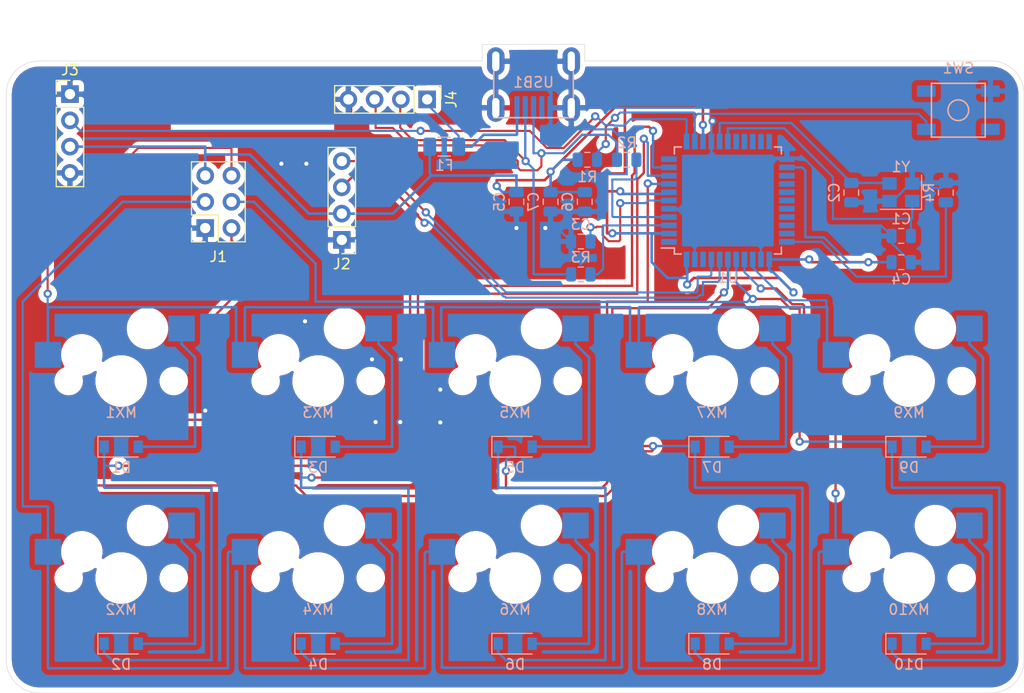
<source format=kicad_pcb>
(kicad_pcb (version 20171130) (host pcbnew "(5.1.5)-3")
  (layers (0 F.Cu signal) (31 B.Cu signal) (34 B.Paste user) (35 F.Paste user) (36 B.SilkS user) (37 F.SilkS user) (38 B.Mask user) (39 F.Mask user) (44 Edge.Cuts user))
  (net 0 "")
  (net 1 GND)
  (net 2 "Net-(C1-Pad1)")
  (net 3 "Net-(C2-Pad1)")
  (net 4 "Net-(C3-Pad1)")
  (net 5 +5V)
  (net 6 "Net-(D1-Pad2)")
  (net 7 ROW0)
  (net 8 "Net-(D2-Pad2)")
  (net 9 "Net-(D3-Pad2)")
  (net 10 ROW1)
  (net 11 "Net-(D4-Pad2)")
  (net 12 "Net-(D5-Pad2)")
  (net 13 ROW2)
  (net 14 "Net-(D6-Pad2)")
  (net 15 "Net-(D7-Pad2)")
  (net 16 "Net-(D8-Pad2)")
  (net 17 "Net-(D9-Pad2)")
  (net 18 ROW4)
  (net 19 "Net-(D10-Pad2)")
  (net 20 VCC)
  (net 21 NRST)
  (net 22 SDA)
  (net 23 SCL)
  (net 24 COL0)
  (net 25 COL1)
  (net 26 "Net-(R1-Pad2)")
  (net 27 D+)
  (net 28 "Net-(R2-Pad1)")
  (net 29 D-)
  (net 30 "Net-(R3-Pad1)")
  (net 31 "Net-(R4-Pad2)")
  (net 32 "Net-(U1-Pad42)")
  (net 33 "Net-(U1-Pad32)")
  (net 34 "Net-(U1-Pad29)")
  (net 35 "Net-(U1-Pad27)")
  (net 36 "Net-(U1-Pad22)")
  (net 37 "Net-(U1-Pad20)")
  (net 38 "Net-(U1-Pad11)")
  (net 39 "Net-(U1-Pad1)")
  (net 40 "Net-(USB1-Pad2)")
  (net 41 "Net-(U1-Pad18)")
  (net 42 "Net-(U1-Pad31)")
  (net 43 "Net-(U1-Pad26)")
  (net 44 "Net-(U1-Pad30)")
  (net 45 "Net-(U1-Pad28)")
  (net 46 "Net-(U1-Pad25)")
  (net 47 "Net-(U1-Pad19)")
  (net 48 "Net-(U1-Pad21)")
  (net 49 RGB)
  (module Connector_PinHeader_2.54mm:PinHeader_1x04_P2.54mm_Vertical (layer F.Cu) (at 102.616 21.971 270)
    (fp_text reference J4 (at 0 -2.33 90) (layer F.SilkS))
    (fp_text value Conn_01x04_Male)
    (pad 4 thru_hole oval (at 0 7.62 270) (size 1.7 1.7) (drill 1) (layers *.Cu *.Mask) (net 1 GND))
    (pad 3 thru_hole oval (at 0 5.08 270) (size 1.7 1.7) (drill 1) (layers *.Cu *.Mask) (net 27 D+))
    (pad 2 thru_hole oval (at 0 2.54 270) (size 1.7 1.7) (drill 1) (layers *.Cu *.Mask) (net 29 D-))
    (pad 1 thru_hole rect (at 0 0 270) (size 1.7 1.7) (drill 1) (layers *.Cu *.Mask) (net 20 VCC))
  )
  (module Connector_PinHeader_2.54mm:PinHeader_1x04_P2.54mm_Vertical (layer F.Cu) (at 68.072 21.463)
    (fp_text reference J3 (at 0 -2.33) (layer F.SilkS))
    (fp_text value Conn_01x04_Male)
    (pad 4 thru_hole oval (at 0 7.62) (size 1.7 1.7) (drill 1) (layers *.Cu *.Mask) (net 1 GND))
    (pad 3 thru_hole oval (at 0 5.08) (size 1.7 1.7) (drill 1) (layers *.Cu *.Mask) (net 5 +5V))
    (pad 2 thru_hole oval (at 0 2.54) (size 1.7 1.7) (drill 1) (layers *.Cu *.Mask) (net 49 RGB))
    (pad 1 thru_hole rect (at 0 0) (size 1.7 1.7) (drill 1) (layers *.Cu *.Mask) (net 1 GND))
  )
  (module Crystal:Crystal_SMD_3225-4Pin_3.2x2.5mm (layer B.Cu) (at 148.43125 30.95625 180)
    (fp_text reference Y1 (at 0 2.45) (layer B.SilkS) (effects (justify mirror)))
    (fp_text value 16MHz)
    (pad 4 smd rect (at -1.1 0.85 180) (size 1.4 1.2) (layers B.Cu B.Paste B.Mask) (net 1 GND))
    (pad 3 smd rect (at 1.1 0.85 180) (size 1.4 1.2) (layers B.Cu B.Paste B.Mask) (net 3 "Net-(C2-Pad1)"))
    (pad 2 smd rect (at 1.1 -0.85 180) (size 1.4 1.2) (layers B.Cu B.Paste B.Mask) (net 1 GND))
    (pad 1 smd rect (at -1.1 -0.85 180) (size 1.4 1.2) (layers B.Cu B.Paste B.Mask) (net 2 "Net-(C1-Pad1)"))
  )
  (module random-keyboard-parts:Molex-0548190589 (layer B.Cu) (at 112.903 18.288 270)
    (fp_text reference USB1 (at 2.032 0) (layer B.SilkS) (effects (justify mirror)))
    (fp_text value Molex-0548190589)
    (pad 6 thru_hole oval (at 0 3.65 270) (size 2.7 1.7) (drill oval 1.9 0.7) (layers *.Cu *.Mask) (net 1 GND))
    (pad 6 thru_hole oval (at 0 -3.65 270) (size 2.7 1.7) (drill oval 1.9 0.7) (layers *.Cu *.Mask) (net 1 GND))
    (pad 6 thru_hole oval (at 4.5 -3.65 270) (size 2.7 1.7) (drill oval 1.9 0.7) (layers *.Cu *.Mask) (net 1 GND))
    (pad 6 thru_hole oval (at 4.5 3.65 270) (size 2.7 1.7) (drill oval 1.9 0.7) (layers *.Cu *.Mask) (net 1 GND))
    (pad 5 smd rect (at 4.5 1.6 270) (size 2.25 0.5) (layers B.Cu B.Paste B.Mask) (net 20 VCC))
    (pad 4 smd rect (at 4.5 0.8 270) (size 2.25 0.5) (layers B.Cu B.Paste B.Mask) (net 29 D-))
    (pad 3 smd rect (at 4.5 0 270) (size 2.25 0.5) (layers B.Cu B.Paste B.Mask) (net 27 D+))
    (pad 2 smd rect (at 4.5 -0.8 270) (size 2.25 0.5) (layers B.Cu B.Paste B.Mask) (net 40 "Net-(USB1-Pad2)"))
    (pad 1 smd rect (at 4.5 -1.6 270) (size 2.25 0.5) (layers B.Cu B.Paste B.Mask) (net 1 GND))
  )
  (module Package_QFP:TQFP-44_10x10mm_P0.8mm (layer B.Cu) (at 131.699 31.75)
    (fp_text reference U1 (at 0 7.45) (layer B.SilkS) (effects (justify mirror)))
    (fp_text value ATmega32U4-AU)
    (pad 44 smd rect (at -4 5.7 270) (size 1.5 0.55) (layers B.Cu B.Paste B.Mask) (net 5 +5V))
    (pad 43 smd rect (at -3.2 5.7 270) (size 1.5 0.55) (layers B.Cu B.Paste B.Mask) (net 1 GND))
    (pad 42 smd rect (at -2.4 5.7 270) (size 1.5 0.55) (layers B.Cu B.Paste B.Mask) (net 32 "Net-(U1-Pad42)"))
    (pad 41 smd rect (at -1.6 5.7 270) (size 1.5 0.55) (layers B.Cu B.Paste B.Mask) (net 22 SDA))
    (pad 40 smd rect (at -0.8 5.7 270) (size 1.5 0.55) (layers B.Cu B.Paste B.Mask) (net 23 SCL))
    (pad 39 smd rect (at 0 5.7 270) (size 1.5 0.55) (layers B.Cu B.Paste B.Mask) (net 21 NRST))
    (pad 38 smd rect (at 0.8 5.7 270) (size 1.5 0.55) (layers B.Cu B.Paste B.Mask) (net 18 ROW4))
    (pad 37 smd rect (at 1.6 5.7 270) (size 1.5 0.55) (layers B.Cu B.Paste B.Mask) (net 25 COL1))
    (pad 36 smd rect (at 2.4 5.7 270) (size 1.5 0.55) (layers B.Cu B.Paste B.Mask) (net 24 COL0))
    (pad 35 smd rect (at 3.2 5.7 270) (size 1.5 0.55) (layers B.Cu B.Paste B.Mask) (net 1 GND))
    (pad 34 smd rect (at 4 5.7 270) (size 1.5 0.55) (layers B.Cu B.Paste B.Mask) (net 5 +5V))
    (pad 33 smd rect (at 5.7 4) (size 1.5 0.55) (layers B.Cu B.Paste B.Mask) (net 31 "Net-(R4-Pad2)"))
    (pad 32 smd rect (at 5.7 3.2) (size 1.5 0.55) (layers B.Cu B.Paste B.Mask) (net 33 "Net-(U1-Pad32)"))
    (pad 31 smd rect (at 5.7 2.4) (size 1.5 0.55) (layers B.Cu B.Paste B.Mask) (net 42 "Net-(U1-Pad31)"))
    (pad 30 smd rect (at 5.7 1.6) (size 1.5 0.55) (layers B.Cu B.Paste B.Mask) (net 44 "Net-(U1-Pad30)"))
    (pad 29 smd rect (at 5.7 0.8) (size 1.5 0.55) (layers B.Cu B.Paste B.Mask) (net 34 "Net-(U1-Pad29)"))
    (pad 28 smd rect (at 5.7 0) (size 1.5 0.55) (layers B.Cu B.Paste B.Mask) (net 45 "Net-(U1-Pad28)"))
    (pad 27 smd rect (at 5.7 -0.8) (size 1.5 0.55) (layers B.Cu B.Paste B.Mask) (net 35 "Net-(U1-Pad27)"))
    (pad 26 smd rect (at 5.7 -1.6) (size 1.5 0.55) (layers B.Cu B.Paste B.Mask) (net 43 "Net-(U1-Pad26)"))
    (pad 25 smd rect (at 5.7 -2.4) (size 1.5 0.55) (layers B.Cu B.Paste B.Mask) (net 46 "Net-(U1-Pad25)"))
    (pad 24 smd rect (at 5.7 -3.2) (size 1.5 0.55) (layers B.Cu B.Paste B.Mask) (net 5 +5V))
    (pad 23 smd rect (at 5.7 -4) (size 1.5 0.55) (layers B.Cu B.Paste B.Mask) (net 1 GND))
    (pad 22 smd rect (at 4 -5.7 270) (size 1.5 0.55) (layers B.Cu B.Paste B.Mask) (net 36 "Net-(U1-Pad22)"))
    (pad 21 smd rect (at 3.2 -5.7 270) (size 1.5 0.55) (layers B.Cu B.Paste B.Mask) (net 48 "Net-(U1-Pad21)"))
    (pad 20 smd rect (at 2.4 -5.7 270) (size 1.5 0.55) (layers B.Cu B.Paste B.Mask) (net 37 "Net-(U1-Pad20)"))
    (pad 19 smd rect (at 1.6 -5.7 270) (size 1.5 0.55) (layers B.Cu B.Paste B.Mask) (net 47 "Net-(U1-Pad19)"))
    (pad 18 smd rect (at 0.8 -5.7 270) (size 1.5 0.55) (layers B.Cu B.Paste B.Mask) (net 41 "Net-(U1-Pad18)"))
    (pad 17 smd rect (at 0 -5.7 270) (size 1.5 0.55) (layers B.Cu B.Paste B.Mask) (net 2 "Net-(C1-Pad1)"))
    (pad 16 smd rect (at -0.8 -5.7 270) (size 1.5 0.55) (layers B.Cu B.Paste B.Mask) (net 3 "Net-(C2-Pad1)"))
    (pad 15 smd rect (at -1.6 -5.7 270) (size 1.5 0.55) (layers B.Cu B.Paste B.Mask) (net 1 GND))
    (pad 14 smd rect (at -2.4 -5.7 270) (size 1.5 0.55) (layers B.Cu B.Paste B.Mask) (net 5 +5V))
    (pad 13 smd rect (at -3.2 -5.7 270) (size 1.5 0.55) (layers B.Cu B.Paste B.Mask) (net 26 "Net-(R1-Pad2)"))
    (pad 12 smd rect (at -4 -5.7 270) (size 1.5 0.55) (layers B.Cu B.Paste B.Mask) (net 49 RGB))
    (pad 11 smd rect (at -5.7 -4) (size 1.5 0.55) (layers B.Cu B.Paste B.Mask) (net 38 "Net-(U1-Pad11)"))
    (pad 10 smd rect (at -5.7 -3.2) (size 1.5 0.55) (layers B.Cu B.Paste B.Mask) (net 7 ROW0))
    (pad 9 smd rect (at -5.7 -2.4) (size 1.5 0.55) (layers B.Cu B.Paste B.Mask) (net 10 ROW1))
    (pad 8 smd rect (at -5.7 -1.6) (size 1.5 0.55) (layers B.Cu B.Paste B.Mask) (net 13 ROW2))
    (pad 7 smd rect (at -5.7 -0.8) (size 1.5 0.55) (layers B.Cu B.Paste B.Mask) (net 5 +5V))
    (pad 6 smd rect (at -5.7 0) (size 1.5 0.55) (layers B.Cu B.Paste B.Mask) (net 4 "Net-(C3-Pad1)"))
    (pad 5 smd rect (at -5.7 0.8) (size 1.5 0.55) (layers B.Cu B.Paste B.Mask) (net 1 GND))
    (pad 4 smd rect (at -5.7 1.6) (size 1.5 0.55) (layers B.Cu B.Paste B.Mask) (net 28 "Net-(R2-Pad1)"))
    (pad 3 smd rect (at -5.7 2.4) (size 1.5 0.55) (layers B.Cu B.Paste B.Mask) (net 30 "Net-(R3-Pad1)"))
    (pad 2 smd rect (at -5.7 3.2) (size 1.5 0.55) (layers B.Cu B.Paste B.Mask) (net 5 +5V))
    (pad 1 smd rect (at -5.7 4) (size 1.5 0.55) (layers B.Cu B.Paste B.Mask) (net 39 "Net-(U1-Pad1)"))
  )
  (module random-keyboard-parts:SKQG-1155865 (layer B.Cu) (at 153.9875 23.01875)
    (fp_text reference SW1 (at 0 -4.064) (layer B.SilkS) (effects (justify mirror)))
    (fp_text value SW_Push)
    (pad 4 smd rect (at -3.1 -1.85) (size 1.8 1.1) (layers B.Cu B.Paste B.Mask))
    (pad 3 smd rect (at 3.1 1.85) (size 1.8 1.1) (layers B.Cu B.Paste B.Mask))
    (pad 2 smd rect (at -3.1 1.85) (size 1.8 1.1) (layers B.Cu B.Paste B.Mask) (net 26 "Net-(R1-Pad2)"))
    (pad 1 smd rect (at 3.1 -1.85) (size 1.8 1.1) (layers B.Cu B.Paste B.Mask) (net 1 GND))
  )
  (module Resistor_SMD:R_0805_2012Metric (layer B.Cu) (at 152.781 30.988 270)
    (fp_text reference R4 (at 0 1.65 90) (layer B.SilkS) (effects (justify mirror)))
    (fp_text value 10k)
    (pad 2 smd roundrect (at 0.9375 0 270) (size 0.975 1.4) (layers B.Cu B.Paste B.Mask) (net 31 "Net-(R4-Pad2)"))
    (pad 1 smd roundrect (at -0.9375 0 270) (size 0.975 1.4) (layers B.Cu B.Paste B.Mask) (net 1 GND))
  )
  (module Resistor_SMD:R_0805_2012Metric (layer B.Cu) (at 117.475 38.89375 180)
    (fp_text reference R3 (at 0 1.65) (layer B.SilkS) (effects (justify mirror)))
    (fp_text value 22)
    (pad 2 smd roundrect (at 0.9375 0 180) (size 0.975 1.4) (layers B.Cu B.Paste B.Mask) (net 29 D-))
    (pad 1 smd roundrect (at -0.9375 0 180) (size 0.975 1.4) (layers B.Cu B.Paste B.Mask) (net 30 "Net-(R3-Pad1)"))
  )
  (module Resistor_SMD:R_0805_2012Metric (layer B.Cu) (at 121.92 27.813 180)
    (fp_text reference R2 (at 0 1.65) (layer B.SilkS) (effects (justify mirror)))
    (fp_text value 22)
    (pad 2 smd roundrect (at 0.9375 0 180) (size 0.975 1.4) (layers B.Cu B.Paste B.Mask) (net 27 D+))
    (pad 1 smd roundrect (at -0.9375 0 180) (size 0.975 1.4) (layers B.Cu B.Paste B.Mask) (net 28 "Net-(R2-Pad1)"))
  )
  (module Resistor_SMD:R_0805_2012Metric (layer B.Cu) (at 118.11 27.813)
    (fp_text reference R1 (at 0 1.65) (layer B.SilkS) (effects (justify mirror)))
    (fp_text value 10k)
    (pad 2 smd roundrect (at 0.9375 0) (size 0.975 1.4) (layers B.Cu B.Paste B.Mask) (net 26 "Net-(R1-Pad2)"))
    (pad 1 smd roundrect (at -0.9375 0) (size 0.975 1.4) (layers B.Cu B.Paste B.Mask) (net 5 +5V))
  )
  (module MX_Only:MXOnly-1U-Hotswap (layer F.Cu) (at 149.225 68.2625)
    (fp_text reference MX10)
    (fp_text value MX-NoLED)
    (fp_text user %R (at 0 3.048) (layer B.SilkS) (effects (justify mirror)))
    (pad 2 smd rect (at 5.842 -5.08) (size 2.55 2.5) (layers B.Cu B.Paste B.Mask) (net 19 "Net-(D10-Pad2)"))
    (pad 1 smd rect (at -7.085 -2.54) (size 2.55 2.5) (layers B.Cu B.Paste B.Mask) (net 25 COL1))
    (pad "" np_thru_hole circle (at 5.08 0 48.0996) (size 1.75 1.75) (drill 1.75) (layers *.Cu *.Mask))
    (pad "" np_thru_hole circle (at -5.08 0 48.0996) (size 1.75 1.75) (drill 1.75) (layers *.Cu *.Mask))
    (pad "" np_thru_hole circle (at -3.81 -2.54) (size 3 3) (drill 3) (layers *.Cu *.Mask))
    (pad "" np_thru_hole circle (at 0 0) (size 3.9878 3.9878) (drill 3.9878) (layers *.Cu *.Mask))
    (pad "" np_thru_hole circle (at 2.54 -5.08) (size 3 3) (drill 3) (layers *.Cu *.Mask))
  )
  (module MX_Only:MXOnly-1U-Hotswap (layer F.Cu) (at 149.225 49.2125)
    (fp_text reference MX9)
    (fp_text value MX-NoLED)
    (fp_text user %R (at 0 3.048) (layer B.SilkS) (effects (justify mirror)))
    (pad 2 smd rect (at 5.842 -5.08) (size 2.55 2.5) (layers B.Cu B.Paste B.Mask) (net 17 "Net-(D9-Pad2)"))
    (pad 1 smd rect (at -7.085 -2.54) (size 2.55 2.5) (layers B.Cu B.Paste B.Mask) (net 24 COL0))
    (pad "" np_thru_hole circle (at 5.08 0 48.0996) (size 1.75 1.75) (drill 1.75) (layers *.Cu *.Mask))
    (pad "" np_thru_hole circle (at -5.08 0 48.0996) (size 1.75 1.75) (drill 1.75) (layers *.Cu *.Mask))
    (pad "" np_thru_hole circle (at -3.81 -2.54) (size 3 3) (drill 3) (layers *.Cu *.Mask))
    (pad "" np_thru_hole circle (at 0 0) (size 3.9878 3.9878) (drill 3.9878) (layers *.Cu *.Mask))
    (pad "" np_thru_hole circle (at 2.54 -5.08) (size 3 3) (drill 3) (layers *.Cu *.Mask))
  )
  (module MX_Only:MXOnly-1U-Hotswap (layer F.Cu) (at 130.175 68.2625)
    (fp_text reference MX8)
    (fp_text value MX-NoLED)
    (fp_text user %R (at 0 3.048) (layer B.SilkS) (effects (justify mirror)))
    (pad 2 smd rect (at 5.842 -5.08) (size 2.55 2.5) (layers B.Cu B.Paste B.Mask) (net 16 "Net-(D8-Pad2)"))
    (pad 1 smd rect (at -7.085 -2.54) (size 2.55 2.5) (layers B.Cu B.Paste B.Mask) (net 25 COL1))
    (pad "" np_thru_hole circle (at 5.08 0 48.0996) (size 1.75 1.75) (drill 1.75) (layers *.Cu *.Mask))
    (pad "" np_thru_hole circle (at -5.08 0 48.0996) (size 1.75 1.75) (drill 1.75) (layers *.Cu *.Mask))
    (pad "" np_thru_hole circle (at -3.81 -2.54) (size 3 3) (drill 3) (layers *.Cu *.Mask))
    (pad "" np_thru_hole circle (at 0 0) (size 3.9878 3.9878) (drill 3.9878) (layers *.Cu *.Mask))
    (pad "" np_thru_hole circle (at 2.54 -5.08) (size 3 3) (drill 3) (layers *.Cu *.Mask))
  )
  (module MX_Only:MXOnly-1U-Hotswap (layer F.Cu) (at 130.175 49.2125)
    (fp_text reference MX7)
    (fp_text value MX-NoLED)
    (fp_text user %R (at 0 3.048) (layer B.SilkS) (effects (justify mirror)))
    (pad 2 smd rect (at 5.842 -5.08) (size 2.55 2.5) (layers B.Cu B.Paste B.Mask) (net 15 "Net-(D7-Pad2)"))
    (pad 1 smd rect (at -7.085 -2.54) (size 2.55 2.5) (layers B.Cu B.Paste B.Mask) (net 24 COL0))
    (pad "" np_thru_hole circle (at 5.08 0 48.0996) (size 1.75 1.75) (drill 1.75) (layers *.Cu *.Mask))
    (pad "" np_thru_hole circle (at -5.08 0 48.0996) (size 1.75 1.75) (drill 1.75) (layers *.Cu *.Mask))
    (pad "" np_thru_hole circle (at -3.81 -2.54) (size 3 3) (drill 3) (layers *.Cu *.Mask))
    (pad "" np_thru_hole circle (at 0 0) (size 3.9878 3.9878) (drill 3.9878) (layers *.Cu *.Mask))
    (pad "" np_thru_hole circle (at 2.54 -5.08) (size 3 3) (drill 3) (layers *.Cu *.Mask))
  )
  (module MX_Only:MXOnly-1U-Hotswap (layer F.Cu) (at 111.125 68.2625)
    (fp_text reference MX6)
    (fp_text value MX-NoLED)
    (fp_text user %R (at 0 3.048) (layer B.SilkS) (effects (justify mirror)))
    (pad 2 smd rect (at 5.842 -5.08) (size 2.55 2.5) (layers B.Cu B.Paste B.Mask) (net 14 "Net-(D6-Pad2)"))
    (pad 1 smd rect (at -7.085 -2.54) (size 2.55 2.5) (layers B.Cu B.Paste B.Mask) (net 25 COL1))
    (pad "" np_thru_hole circle (at 5.08 0 48.0996) (size 1.75 1.75) (drill 1.75) (layers *.Cu *.Mask))
    (pad "" np_thru_hole circle (at -5.08 0 48.0996) (size 1.75 1.75) (drill 1.75) (layers *.Cu *.Mask))
    (pad "" np_thru_hole circle (at -3.81 -2.54) (size 3 3) (drill 3) (layers *.Cu *.Mask))
    (pad "" np_thru_hole circle (at 0 0) (size 3.9878 3.9878) (drill 3.9878) (layers *.Cu *.Mask))
    (pad "" np_thru_hole circle (at 2.54 -5.08) (size 3 3) (drill 3) (layers *.Cu *.Mask))
  )
  (module MX_Only:MXOnly-1U-Hotswap (layer F.Cu) (at 111.125 49.2125)
    (fp_text reference MX5)
    (fp_text value MX-NoLED)
    (fp_text user %R (at 0 3.048) (layer B.SilkS) (effects (justify mirror)))
    (pad 2 smd rect (at 5.842 -5.08) (size 2.55 2.5) (layers B.Cu B.Paste B.Mask) (net 12 "Net-(D5-Pad2)"))
    (pad 1 smd rect (at -7.085 -2.54) (size 2.55 2.5) (layers B.Cu B.Paste B.Mask) (net 24 COL0))
    (pad "" np_thru_hole circle (at 5.08 0 48.0996) (size 1.75 1.75) (drill 1.75) (layers *.Cu *.Mask))
    (pad "" np_thru_hole circle (at -5.08 0 48.0996) (size 1.75 1.75) (drill 1.75) (layers *.Cu *.Mask))
    (pad "" np_thru_hole circle (at -3.81 -2.54) (size 3 3) (drill 3) (layers *.Cu *.Mask))
    (pad "" np_thru_hole circle (at 0 0) (size 3.9878 3.9878) (drill 3.9878) (layers *.Cu *.Mask))
    (pad "" np_thru_hole circle (at 2.54 -5.08) (size 3 3) (drill 3) (layers *.Cu *.Mask))
  )
  (module MX_Only:MXOnly-1U-Hotswap (layer F.Cu) (at 92.075 68.2625)
    (fp_text reference MX4)
    (fp_text value MX-NoLED)
    (fp_text user %R (at 0 3.048) (layer B.SilkS) (effects (justify mirror)))
    (pad 2 smd rect (at 5.842 -5.08) (size 2.55 2.5) (layers B.Cu B.Paste B.Mask) (net 11 "Net-(D4-Pad2)"))
    (pad 1 smd rect (at -7.085 -2.54) (size 2.55 2.5) (layers B.Cu B.Paste B.Mask) (net 25 COL1))
    (pad "" np_thru_hole circle (at 5.08 0 48.0996) (size 1.75 1.75) (drill 1.75) (layers *.Cu *.Mask))
    (pad "" np_thru_hole circle (at -5.08 0 48.0996) (size 1.75 1.75) (drill 1.75) (layers *.Cu *.Mask))
    (pad "" np_thru_hole circle (at -3.81 -2.54) (size 3 3) (drill 3) (layers *.Cu *.Mask))
    (pad "" np_thru_hole circle (at 0 0) (size 3.9878 3.9878) (drill 3.9878) (layers *.Cu *.Mask))
    (pad "" np_thru_hole circle (at 2.54 -5.08) (size 3 3) (drill 3) (layers *.Cu *.Mask))
  )
  (module MX_Only:MXOnly-1U-Hotswap (layer F.Cu) (at 92.075 49.2125)
    (fp_text reference MX3)
    (fp_text value MX-NoLED)
    (fp_text user %R (at 0 3.048) (layer B.SilkS) (effects (justify mirror)))
    (pad 2 smd rect (at 5.842 -5.08) (size 2.55 2.5) (layers B.Cu B.Paste B.Mask) (net 9 "Net-(D3-Pad2)"))
    (pad 1 smd rect (at -7.085 -2.54) (size 2.55 2.5) (layers B.Cu B.Paste B.Mask) (net 24 COL0))
    (pad "" np_thru_hole circle (at 5.08 0 48.0996) (size 1.75 1.75) (drill 1.75) (layers *.Cu *.Mask))
    (pad "" np_thru_hole circle (at -5.08 0 48.0996) (size 1.75 1.75) (drill 1.75) (layers *.Cu *.Mask))
    (pad "" np_thru_hole circle (at -3.81 -2.54) (size 3 3) (drill 3) (layers *.Cu *.Mask))
    (pad "" np_thru_hole circle (at 0 0) (size 3.9878 3.9878) (drill 3.9878) (layers *.Cu *.Mask))
    (pad "" np_thru_hole circle (at 2.54 -5.08) (size 3 3) (drill 3) (layers *.Cu *.Mask))
  )
  (module MX_Only:MXOnly-1U-Hotswap (layer F.Cu) (at 73.025 68.2625)
    (fp_text reference MX2)
    (fp_text value MX-NoLED)
    (fp_text user %R (at 0 3.048) (layer B.SilkS) (effects (justify mirror)))
    (pad 2 smd rect (at 5.842 -5.08) (size 2.55 2.5) (layers B.Cu B.Paste B.Mask) (net 8 "Net-(D2-Pad2)"))
    (pad 1 smd rect (at -7.085 -2.54) (size 2.55 2.5) (layers B.Cu B.Paste B.Mask) (net 25 COL1))
    (pad "" np_thru_hole circle (at 5.08 0 48.0996) (size 1.75 1.75) (drill 1.75) (layers *.Cu *.Mask))
    (pad "" np_thru_hole circle (at -5.08 0 48.0996) (size 1.75 1.75) (drill 1.75) (layers *.Cu *.Mask))
    (pad "" np_thru_hole circle (at -3.81 -2.54) (size 3 3) (drill 3) (layers *.Cu *.Mask))
    (pad "" np_thru_hole circle (at 0 0) (size 3.9878 3.9878) (drill 3.9878) (layers *.Cu *.Mask))
    (pad "" np_thru_hole circle (at 2.54 -5.08) (size 3 3) (drill 3) (layers *.Cu *.Mask))
  )
  (module MX_Only:MXOnly-1U-Hotswap (layer F.Cu) (at 73.025 49.2125)
    (fp_text reference MX1)
    (fp_text value MX-NoLED)
    (fp_text user %R (at 0 3.048) (layer B.SilkS) (effects (justify mirror)))
    (pad 2 smd rect (at 5.842 -5.08) (size 2.55 2.5) (layers B.Cu B.Paste B.Mask) (net 6 "Net-(D1-Pad2)"))
    (pad 1 smd rect (at -7.085 -2.54) (size 2.55 2.5) (layers B.Cu B.Paste B.Mask) (net 24 COL0))
    (pad "" np_thru_hole circle (at 5.08 0 48.0996) (size 1.75 1.75) (drill 1.75) (layers *.Cu *.Mask))
    (pad "" np_thru_hole circle (at -5.08 0 48.0996) (size 1.75 1.75) (drill 1.75) (layers *.Cu *.Mask))
    (pad "" np_thru_hole circle (at -3.81 -2.54) (size 3 3) (drill 3) (layers *.Cu *.Mask))
    (pad "" np_thru_hole circle (at 0 0) (size 3.9878 3.9878) (drill 3.9878) (layers *.Cu *.Mask))
    (pad "" np_thru_hole circle (at 2.54 -5.08) (size 3 3) (drill 3) (layers *.Cu *.Mask))
  )
  (module Connector_PinHeader_2.54mm:PinHeader_1x04_P2.54mm_Vertical (layer F.Cu) (at 94.361 35.56 180)
    (fp_text reference J2 (at 0 -2.33) (layer F.SilkS))
    (fp_text value Conn_01x04_Male)
    (pad 4 thru_hole oval (at 0 7.62 180) (size 1.7 1.7) (drill 1) (layers *.Cu *.Mask) (net 22 SDA))
    (pad 3 thru_hole oval (at 0 5.08 180) (size 1.7 1.7) (drill 1) (layers *.Cu *.Mask) (net 23 SCL))
    (pad 2 thru_hole oval (at 0 2.54 180) (size 1.7 1.7) (drill 1) (layers *.Cu *.Mask) (net 5 +5V))
    (pad 1 thru_hole rect (at 0 0 180) (size 1.7 1.7) (drill 1) (layers *.Cu *.Mask) (net 1 GND))
  )
  (module Connector_PinSocket_2.54mm:PinSocket_2x03_P2.54mm_Vertical (layer F.Cu) (at 81.153 34.417 180)
    (fp_text reference J1 (at -1.27 -2.77) (layer F.SilkS))
    (fp_text value Conn_02x03_Odd_Even)
    (pad 6 thru_hole oval (at -2.54 5.08 180) (size 1.7 1.7) (drill 1) (layers *.Cu *.Mask) (net 24 COL0))
    (pad 5 thru_hole oval (at 0 5.08 180) (size 1.7 1.7) (drill 1) (layers *.Cu *.Mask) (net 5 +5V))
    (pad 4 thru_hole oval (at -2.54 2.54 180) (size 1.7 1.7) (drill 1) (layers *.Cu *.Mask) (net 18 ROW4))
    (pad 3 thru_hole oval (at 0 2.54 180) (size 1.7 1.7) (drill 1) (layers *.Cu *.Mask) (net 25 COL1))
    (pad 2 thru_hole oval (at -2.54 0 180) (size 1.7 1.7) (drill 1) (layers *.Cu *.Mask) (net 21 NRST))
    (pad 1 thru_hole rect (at 0 0 180) (size 1.7 1.7) (drill 1) (layers *.Cu *.Mask) (net 1 GND))
  )
  (module Fuse:Fuse_1206_3216Metric (layer B.Cu) (at 104.267 26.543)
    (fp_text reference F1 (at 0 1.82) (layer B.SilkS) (effects (justify mirror)))
    (fp_text value 500mA)
    (pad 2 smd roundrect (at 1.4 0) (size 1.25 1.75) (layers B.Cu B.Paste B.Mask) (roundrect_rratio 0.2) (net 20 VCC))
    (pad 1 smd roundrect (at -1.4 0) (size 1.25 1.75) (layers B.Cu B.Paste B.Mask) (roundrect_rratio 0.2) (net 5 +5V))
  )
  (module Diode_SMD:D_SOD-123 (layer B.Cu) (at 149.225 74.6125)
    (fp_text reference D10 (at 0 2) (layer B.SilkS) (effects (justify mirror)))
    (fp_text value SOD-123)
    (pad 2 smd rect (at 1.65 0) (size 0.9 1.2) (layers B.Cu B.Paste B.Mask) (net 19 "Net-(D10-Pad2)"))
    (pad 1 smd rect (at -1.65 0) (size 0.9 1.2) (layers B.Cu B.Paste B.Mask) (net 18 ROW4))
  )
  (module Diode_SMD:D_SOD-123 (layer B.Cu) (at 149.225 55.5625)
    (fp_text reference D9 (at 0 2) (layer B.SilkS) (effects (justify mirror)))
    (fp_text value SOD-123)
    (pad 2 smd rect (at 1.65 0) (size 0.9 1.2) (layers B.Cu B.Paste B.Mask) (net 17 "Net-(D9-Pad2)"))
    (pad 1 smd rect (at -1.65 0) (size 0.9 1.2) (layers B.Cu B.Paste B.Mask) (net 18 ROW4))
  )
  (module Diode_SMD:D_SOD-123 (layer B.Cu) (at 130.175 74.6125)
    (fp_text reference D8 (at 0 2) (layer B.SilkS) (effects (justify mirror)))
    (fp_text value SOD-123)
    (pad 2 smd rect (at 1.65 0) (size 0.9 1.2) (layers B.Cu B.Paste B.Mask) (net 16 "Net-(D8-Pad2)"))
    (pad 1 smd rect (at -1.65 0) (size 0.9 1.2) (layers B.Cu B.Paste B.Mask) (net 21 NRST))
  )
  (module Diode_SMD:D_SOD-123 (layer B.Cu) (at 130.175 55.5625)
    (fp_text reference D7 (at 0 2) (layer B.SilkS) (effects (justify mirror)))
    (fp_text value SOD-123)
    (pad 2 smd rect (at 1.65 0) (size 0.9 1.2) (layers B.Cu B.Paste B.Mask) (net 15 "Net-(D7-Pad2)"))
    (pad 1 smd rect (at -1.65 0) (size 0.9 1.2) (layers B.Cu B.Paste B.Mask) (net 21 NRST))
  )
  (module Diode_SMD:D_SOD-123 (layer B.Cu) (at 111.125 74.6125)
    (fp_text reference D6 (at 0 2) (layer B.SilkS) (effects (justify mirror)))
    (fp_text value SOD-123)
    (pad 2 smd rect (at 1.65 0) (size 0.9 1.2) (layers B.Cu B.Paste B.Mask) (net 14 "Net-(D6-Pad2)"))
    (pad 1 smd rect (at -1.65 0) (size 0.9 1.2) (layers B.Cu B.Paste B.Mask) (net 13 ROW2))
  )
  (module Diode_SMD:D_SOD-123 (layer B.Cu) (at 111.125 55.5625)
    (fp_text reference D5 (at 0 2) (layer B.SilkS) (effects (justify mirror)))
    (fp_text value SOD-123)
    (pad 2 smd rect (at 1.65 0) (size 0.9 1.2) (layers B.Cu B.Paste B.Mask) (net 12 "Net-(D5-Pad2)"))
    (pad 1 smd rect (at -1.65 0) (size 0.9 1.2) (layers B.Cu B.Paste B.Mask) (net 13 ROW2))
  )
  (module Diode_SMD:D_SOD-123 (layer B.Cu) (at 92.075 74.6125)
    (fp_text reference D4 (at 0 2) (layer B.SilkS) (effects (justify mirror)))
    (fp_text value SOD-123)
    (pad 2 smd rect (at 1.65 0) (size 0.9 1.2) (layers B.Cu B.Paste B.Mask) (net 11 "Net-(D4-Pad2)"))
    (pad 1 smd rect (at -1.65 0) (size 0.9 1.2) (layers B.Cu B.Paste B.Mask) (net 10 ROW1))
  )
  (module Diode_SMD:D_SOD-123 (layer B.Cu) (at 92.075 55.5625)
    (fp_text reference D3 (at 0 2) (layer B.SilkS) (effects (justify mirror)))
    (fp_text value SOD-123)
    (pad 2 smd rect (at 1.65 0) (size 0.9 1.2) (layers B.Cu B.Paste B.Mask) (net 9 "Net-(D3-Pad2)"))
    (pad 1 smd rect (at -1.65 0) (size 0.9 1.2) (layers B.Cu B.Paste B.Mask) (net 10 ROW1))
  )
  (module Diode_SMD:D_SOD-123 (layer B.Cu) (at 73.025 74.6125)
    (fp_text reference D2 (at 0 2) (layer B.SilkS) (effects (justify mirror)))
    (fp_text value SOD-123)
    (pad 2 smd rect (at 1.65 0) (size 0.9 1.2) (layers B.Cu B.Paste B.Mask) (net 8 "Net-(D2-Pad2)"))
    (pad 1 smd rect (at -1.65 0) (size 0.9 1.2) (layers B.Cu B.Paste B.Mask) (net 7 ROW0))
  )
  (module Diode_SMD:D_SOD-123 (layer B.Cu) (at 73.025 55.5625)
    (fp_text reference D1 (at 0 2) (layer B.SilkS) (effects (justify mirror)))
    (fp_text value SOD-123)
    (pad 2 smd rect (at 1.65 0) (size 0.9 1.2) (layers B.Cu B.Paste B.Mask) (net 6 "Net-(D1-Pad2)"))
    (pad 1 smd rect (at -1.65 0) (size 0.9 1.2) (layers B.Cu B.Paste B.Mask) (net 7 ROW0))
  )
  (module Capacitor_SMD:C_0805_2012Metric (layer B.Cu) (at 114.554 31.877 270)
    (fp_text reference C7 (at 0 1.65 90) (layer B.SilkS) (effects (justify mirror)))
    (fp_text value 10uF)
    (pad 2 smd roundrect (at 0.9375 0 270) (size 0.975 1.4) (layers B.Cu B.Paste B.Mask) (net 1 GND))
    (pad 1 smd roundrect (at -0.9375 0 270) (size 0.975 1.4) (layers B.Cu B.Paste B.Mask) (net 5 +5V))
  )
  (module Capacitor_SMD:C_0805_2012Metric (layer B.Cu) (at 117.856 31.877 270)
    (fp_text reference C6 (at 0 1.65 90) (layer B.SilkS) (effects (justify mirror)))
    (fp_text value 0.1uF)
    (pad 2 smd roundrect (at 0.9375 0 270) (size 0.975 1.4) (layers B.Cu B.Paste B.Mask) (net 1 GND))
    (pad 1 smd roundrect (at -0.9375 0 270) (size 0.975 1.4) (layers B.Cu B.Paste B.Mask) (net 5 +5V))
  )
  (module Capacitor_SMD:C_0805_2012Metric (layer B.Cu) (at 111.252 31.877 270)
    (fp_text reference C5 (at 0 1.65 90) (layer B.SilkS) (effects (justify mirror)))
    (fp_text value 0.1uF)
    (pad 2 smd roundrect (at 0.9375 0 270) (size 0.975 1.4) (layers B.Cu B.Paste B.Mask) (net 1 GND))
    (pad 1 smd roundrect (at -0.9375 0 270) (size 0.975 1.4) (layers B.Cu B.Paste B.Mask) (net 5 +5V))
  )
  (module Capacitor_SMD:C_0805_2012Metric (layer B.Cu) (at 148.463 37.719)
    (fp_text reference C4 (at 0 1.65) (layer B.SilkS) (effects (justify mirror)))
    (fp_text value 0.1uF)
    (pad 2 smd roundrect (at 0.9375 0) (size 0.975 1.4) (layers B.Cu B.Paste B.Mask) (net 1 GND))
    (pad 1 smd roundrect (at -0.9375 0) (size 0.975 1.4) (layers B.Cu B.Paste B.Mask) (net 5 +5V))
  )
  (module Capacitor_SMD:C_0805_2012Metric (layer B.Cu) (at 117.475 35.71875 180)
    (fp_text reference C3 (at 0 1.65) (layer B.SilkS) (effects (justify mirror)))
    (fp_text value 1uF)
    (pad 2 smd roundrect (at 0.9375 0 180) (size 0.975 1.4) (layers B.Cu B.Paste B.Mask) (net 1 GND))
    (pad 1 smd roundrect (at -0.9375 0 180) (size 0.975 1.4) (layers B.Cu B.Paste B.Mask) (net 4 "Net-(C3-Pad1)"))
  )
  (module Capacitor_SMD:C_0805_2012Metric (layer B.Cu) (at 143.637 30.988 270)
    (fp_text reference C2 (at 0 1.65 90) (layer B.SilkS) (effects (justify mirror)))
    (fp_text value 22pF)
    (pad 2 smd roundrect (at 0.9375 0 270) (size 0.975 1.4) (layers B.Cu B.Paste B.Mask) (net 1 GND))
    (pad 1 smd roundrect (at -0.9375 0 270) (size 0.975 1.4) (layers B.Cu B.Paste B.Mask) (net 3 "Net-(C2-Pad1)"))
  )
  (module Capacitor_SMD:C_0805_2012Metric (layer B.Cu) (at 148.463 35.179 180)
    (fp_text reference C1 (at 0 1.65) (layer B.SilkS) (effects (justify mirror)))
    (fp_text value 22pF)
    (pad 2 smd roundrect (at 0.9375 0 180) (size 0.975 1.4) (layers B.Cu B.Paste B.Mask) (net 1 GND))
    (pad 1 smd roundrect (at -0.9375 0 180) (size 0.975 1.4) (layers B.Cu B.Paste B.Mask) (net 2 "Net-(C1-Pad1)"))
  )
  (gr_text Ka-Juu (at 85.725 22.225) (layer F.Cu) (effects (font (size 2.5 2.5) (thickness 0.5))))
  (gr_line (start 61.9125 23.01875) (end 61.9125 21.43125) (layer Edge.Cuts) (width 0.05))
  (gr_line (start 107.95 18.25625) (end 65.0875 18.25625) (layer Edge.Cuts) (width 0.05))
  (gr_line (start 160.3375 21.43125) (end 160.3375 23.01875) (layer Edge.Cuts) (width 0.05))
  (gr_line (start 117.856904 18.256037) (end 157.1625 18.25625) (layer Edge.Cuts) (width 0.05))
  (gr_line (start 117.856904 18.256037) (end 117.856 16.637) (layer Edge.Cuts) (width 0.05))
  (gr_line (start 61.9125 23.01875) (end 61.9125 24.60625) (layer Edge.Cuts) (width 0.05))
  (gr_line (start 160.3375 23.01875) (end 160.3375 24.60625) (layer Edge.Cuts) (width 0.05))
  (gr_line (start 61.9125 24.60625) (end 61.9125 26.9875) (layer Edge.Cuts) (width 0.05))
  (gr_line (start 160.3375 26.9875) (end 160.3375 24.60625) (layer Edge.Cuts) (width 0.05))
  (gr_line (start 107.95 16.66875) (end 107.95 18.25625) (layer Edge.Cuts) (width 0.05))
  (gr_line (start 107.95 16.66875) (end 117.856 16.637) (layer Edge.Cuts) (width 0.05))
  (gr_arc (start 157.1625 21.43125) (end 160.3375 21.43125) (angle -90) (layer Edge.Cuts) (width 0.05))
  (gr_arc (start 157.1625 76.2) (end 157.1625 79.375) (angle -90) (layer Edge.Cuts) (width 0.05))
  (gr_line (start 160.3375 76.2) (end 160.3375 26.9875) (layer Edge.Cuts) (width 0.05))
  (gr_arc (start 65.0875 76.2) (end 61.9125 76.2) (angle -90) (layer Edge.Cuts) (width 0.05))
  (gr_arc (start 65.0875 21.43125) (end 65.0875 18.25625) (angle -90) (layer Edge.Cuts) (width 0.05))
  (gr_line (start 61.9125 26.9875) (end 61.9125 76.2) (layer Edge.Cuts) (width 0.05))
  (gr_line (start 65.0875 79.375) (end 157.1625 79.375) (layer Edge.Cuts) (width 0.05))
  (segment (start 143.637 31.9255) (end 147.212 31.9255) (width 0.254) (layer B.Cu) (net 1))
  (segment (start 147.33125 31.76125) (end 147.32 31.75) (width 0.254) (layer B.Cu) (net 1))
  (segment (start 147.33125 31.80625) (end 147.33125 31.76125) (width 0.254) (layer B.Cu) (net 1))
  (segment (start 147.212 31.9255) (end 147.32 31.75) (width 0.254) (layer B.Cu) (net 1))
  (segment (start 147.33125 31.80625) (end 147.43125 31.80625) (width 0.254) (layer B.Cu) (net 1))
  (segment (start 152.72525 30.10625) (end 152.781 30.0505) (width 0.254) (layer B.Cu) (net 1))
  (segment (start 149.53125 30.10625) (end 152.72525 30.10625) (width 0.254) (layer B.Cu) (net 1))
  (segment (start 147.33125 31.80625) (end 147.51775 31.80625) (width 0.2032) (layer B.Cu) (net 1))
  (segment (start 149.34475 30.10625) (end 149.53125 30.10625) (width 0.2032) (layer B.Cu) (net 1))
  (segment (start 147.33125 31.80625) (end 147.64475 31.80625) (width 0.2032) (layer B.Cu) (net 1))
  (segment (start 147.64475 31.80625) (end 149.34475 30.10625) (width 0.2032) (layer B.Cu) (net 1))
  (segment (start 152.295473 30.536027) (end 151.200973 30.536027) (width 0.2032) (layer B.Cu) (net 1))
  (segment (start 152.781 30.0505) (end 152.295473 30.536027) (width 0.2032) (layer B.Cu) (net 1))
  (segment (start 151.200973 30.536027) (end 151.13 30.607) (width 0.2032) (layer B.Cu) (net 1))
  (segment (start 151.13 30.607) (end 151.13 37.719) (width 0.2032) (layer B.Cu) (net 1))
  (segment (start 151.13 37.719) (end 149.4005 37.719) (width 0.2032) (layer B.Cu) (net 1))
  (segment (start 147.5255 35.844) (end 147.5255 35.179) (width 0.2032) (layer B.Cu) (net 1))
  (segment (start 149.4005 37.719) (end 147.5255 35.844) (width 0.2032) (layer B.Cu) (net 1))
  (segment (start 115.254 32.8145) (end 117.856 32.8145) (width 0.2032) (layer B.Cu) (net 1))
  (segment (start 114.554 32.8145) (end 115.254 32.8145) (width 0.2032) (layer B.Cu) (net 1))
  (segment (start 114.554 33.73525) (end 116.5375 35.71875) (width 0.2032) (layer B.Cu) (net 1))
  (segment (start 114.554 32.8145) (end 114.554 33.73525) (width 0.2032) (layer B.Cu) (net 1))
  (segment (start 130.8458 27.75) (end 136.4458 27.75) (width 0.2032) (layer B.Cu) (net 1))
  (segment (start 130.099 27.0032) (end 130.8458 27.75) (width 0.2032) (layer B.Cu) (net 1))
  (segment (start 130.099 26.05) (end 130.099 27.0032) (width 0.2032) (layer B.Cu) (net 1))
  (segment (start 130.099 29.4032) (end 126.9522 32.55) (width 0.2032) (layer B.Cu) (net 1))
  (segment (start 126.9522 32.55) (end 125.999 32.55) (width 0.2032) (layer B.Cu) (net 1))
  (segment (start 130.099 26.05) (end 130.099 29.4032) (width 0.2032) (layer B.Cu) (net 1))
  (segment (start 128.499 36.4968) (end 128.499 37.45) (width 0.2032) (layer B.Cu) (net 1))
  (segment (start 128.499 34.282118) (end 128.499 36.4968) (width 0.2032) (layer B.Cu) (net 1))
  (segment (start 126.766882 32.55) (end 128.499 34.282118) (width 0.2032) (layer B.Cu) (net 1))
  (segment (start 125.999 32.55) (end 126.766882 32.55) (width 0.2032) (layer B.Cu) (net 1))
  (segment (start 134.899 29.2968) (end 134.899 36.4968) (width 0.2032) (layer B.Cu) (net 1))
  (segment (start 134.899 36.4968) (end 134.899 37.45) (width 0.2032) (layer B.Cu) (net 1))
  (segment (start 136.4458 27.75) (end 134.899 29.2968) (width 0.2032) (layer B.Cu) (net 1))
  (segment (start 137.399 27.75) (end 136.4458 27.75) (width 0.2032) (layer B.Cu) (net 1))
  (segment (start 137.399 27.75) (end 139.129 27.75) (width 0.2032) (layer B.Cu) (net 1))
  (segment (start 139.129 27.75) (end 140.716 29.337) (width 0.2032) (layer B.Cu) (net 1))
  (segment (start 140.716 29.337) (end 140.716 34.163) (width 0.2032) (layer B.Cu) (net 1))
  (segment (start 146.5095 34.163) (end 147.5255 35.179) (width 0.2032) (layer B.Cu) (net 1))
  (segment (start 140.716 34.163) (end 146.5095 34.163) (width 0.2032) (layer B.Cu) (net 1))
  (segment (start 120.015 32.766) (end 119.9665 32.8145) (width 0.2032) (layer B.Cu) (net 1))
  (segment (start 120.015 29.21) (end 120.015 32.766) (width 0.2032) (layer B.Cu) (net 1))
  (segment (start 121.92 29.21) (end 120.015 29.21) (width 0.2032) (layer B.Cu) (net 1))
  (segment (start 114.503 24.81879) (end 114.554 24.86979) (width 0.2032) (layer B.Cu) (net 1))
  (segment (start 114.503 22.788) (end 114.503 24.81879) (width 0.2032) (layer B.Cu) (net 1))
  (segment (start 114.554 24.86979) (end 120.50079 24.86979) (width 0.2032) (layer B.Cu) (net 1))
  (segment (start 120.50079 24.86979) (end 121.92 26.289) (width 0.2032) (layer B.Cu) (net 1))
  (segment (start 121.92 26.289) (end 121.92 29.21) (width 0.2032) (layer B.Cu) (net 1))
  (segment (start 117.856 32.8145) (end 119.9665 32.8145) (width 0.2032) (layer B.Cu) (net 1))
  (segment (start 111.252 32.8145) (end 111.252 34.417) (width 0.2032) (layer B.Cu) (net 1))
  (via (at 111.252 34.417) (size 0.8) (drill 0.4) (layers F.Cu B.Cu) (net 1))
  (segment (start 111.252 34.417) (end 114.046 34.417) (width 0.2032) (layer F.Cu) (net 1))
  (via (at 114.046 34.417) (size 0.8) (drill 0.4) (layers F.Cu B.Cu) (net 1))
  (segment (start 114.554 33.909) (end 114.554 32.8145) (width 0.2032) (layer B.Cu) (net 1))
  (segment (start 114.046 34.417) (end 114.554 33.909) (width 0.2032) (layer B.Cu) (net 1))
  (segment (start 130.099 26.05) (end 130.099 24.079) (width 0.2032) (layer B.Cu) (net 1))
  (via (at 130.215867 24.0696) (size 0.8) (drill 0.4) (layers F.Cu B.Cu) (net 1))
  (segment (start 130.099 24.079) (end 130.1084 24.0696) (width 0.2032) (layer B.Cu) (net 1))
  (segment (start 130.1084 24.0696) (end 130.215867 24.0696) (width 0.2032) (layer B.Cu) (net 1))
  (segment (start 130.215867 24.0696) (end 130.215867 22.265867) (width 0.2032) (layer F.Cu) (net 1))
  (segment (start 130.12739 22.17739) (end 120.31661 22.17739) (width 0.2032) (layer F.Cu) (net 1))
  (segment (start 130.215867 22.265867) (end 130.12739 22.17739) (width 0.2032) (layer F.Cu) (net 1))
  (segment (start 117.75121 24.86979) (end 117.729 24.86979) (width 0.2032) (layer B.Cu) (net 1))
  (segment (start 109.253 21.188) (end 109.253 18.288) (width 0.25) (layer B.Cu) (net 1))
  (segment (start 109.253 22.788) (end 109.253 21.188) (width 0.25) (layer B.Cu) (net 1))
  (segment (start 110.353 18.288) (end 116.553 18.288) (width 0.25) (layer B.Cu) (net 1))
  (segment (start 109.253 18.288) (end 110.353 18.288) (width 0.25) (layer B.Cu) (net 1))
  (segment (start 116.553 19.888) (end 116.553 22.788) (width 0.25) (layer B.Cu) (net 1))
  (segment (start 116.553 18.288) (end 116.553 19.888) (width 0.25) (layer B.Cu) (net 1))
  (segment (start 114.503 22.788) (end 116.553 22.788) (width 0.2032) (layer B.Cu) (net 1))
  (segment (start 119.706 22.788) (end 116.553 22.788) (width 0.2032) (layer F.Cu) (net 1))
  (segment (start 120.31661 22.17739) (end 119.706 22.788) (width 0.2032) (layer F.Cu) (net 1))
  (segment (start 131.644 22.788) (end 116.553 22.788) (width 0.2032) (layer B.Cu) (net 1))
  (segment (start 131.699 22.733) (end 131.644 22.788) (width 0.2032) (layer B.Cu) (net 1))
  (segment (start 157.0875 21.16875) (end 155.9843 21.16875) (width 0.2032) (layer B.Cu) (net 1))
  (segment (start 154.42005 22.733) (end 131.699 22.733) (width 0.2032) (layer B.Cu) (net 1))
  (segment (start 155.9843 21.16875) (end 154.42005 22.733) (width 0.2032) (layer B.Cu) (net 1))
  (segment (start 110.552 32.8145) (end 111.252 32.8145) (width 0.2286) (layer B.Cu) (net 1))
  (segment (start 110.49 32.8765) (end 110.552 32.8145) (width 0.2286) (layer B.Cu) (net 1))
  (segment (start 110.49 32.893) (end 110.49 32.8765) (width 0.2286) (layer B.Cu) (net 1))
  (segment (start 109.347 31.75) (end 109.347 32.893) (width 0.2286) (layer B.Cu) (net 1))
  (segment (start 99.187 35.56) (end 100.965 33.782) (width 0.2286) (layer B.Cu) (net 1))
  (segment (start 109.347 32.893) (end 110.49 32.893) (width 0.2286) (layer B.Cu) (net 1))
  (segment (start 94.361 35.56) (end 99.187 35.56) (width 0.2286) (layer B.Cu) (net 1))
  (segment (start 100.965 33.782) (end 100.965 32.893) (width 0.2286) (layer B.Cu) (net 1))
  (segment (start 100.965 32.893) (end 102.108 31.75) (width 0.2286) (layer B.Cu) (net 1))
  (segment (start 102.108 31.75) (end 109.347 31.75) (width 0.2286) (layer B.Cu) (net 1))
  (segment (start 81.153 34.417) (end 81.153 35.4956) (width 0.2286) (layer B.Cu) (net 1))
  (segment (start 81.153 35.4956) (end 81.153 34.417) (width 0.2286) (layer F.Cu) (net 1))
  (segment (start 74.676 46.863) (end 73.914 46.101) (width 0.2286) (layer F.Cu) (net 1))
  (segment (start 76.6436 40.005) (end 81.153 35.4956) (width 0.2286) (layer F.Cu) (net 1))
  (segment (start 76.327 46.863) (end 74.676 46.863) (width 0.2286) (layer F.Cu) (net 1))
  (via (at 81.153 52.07) (size 0.8) (drill 0.4) (layers F.Cu B.Cu) (net 1))
  (segment (start 76.454 52.07) (end 76.327 51.943) (width 0.2286) (layer F.Cu) (net 1))
  (segment (start 70.485 40.005) (end 76.6436 40.005) (width 0.2286) (layer F.Cu) (net 1))
  (segment (start 81.153 52.07) (end 76.454 52.07) (width 0.2286) (layer F.Cu) (net 1))
  (segment (start 73.914 46.101) (end 73.406 46.101) (width 0.2286) (layer F.Cu) (net 1))
  (segment (start 73.406 46.101) (end 70.358 43.053) (width 0.2286) (layer F.Cu) (net 1))
  (segment (start 76.327 51.943) (end 76.327 46.863) (width 0.2286) (layer F.Cu) (net 1))
  (segment (start 70.358 43.053) (end 70.358 40.132) (width 0.2286) (layer F.Cu) (net 1))
  (segment (start 70.358 40.132) (end 70.485 40.005) (width 0.2286) (layer F.Cu) (net 1))
  (segment (start 81.718685 52.07) (end 84.004685 54.356) (width 0.2286) (layer B.Cu) (net 1))
  (segment (start 81.153 52.07) (end 81.718685 52.07) (width 0.2286) (layer B.Cu) (net 1))
  (segment (start 84.004685 54.356) (end 87.249 54.356) (width 0.2286) (layer B.Cu) (net 1))
  (segment (start 87.249 54.356) (end 88.519 53.086) (width 0.2286) (layer B.Cu) (net 1))
  (segment (start 88.519 53.086) (end 94.361 53.086) (width 0.2286) (layer B.Cu) (net 1))
  (segment (start 94.107 46.609) (end 93.599 46.609) (width 0.2286) (layer B.Cu) (net 1))
  (segment (start 93.599 46.609) (end 92.71 45.72) (width 0.2286) (layer B.Cu) (net 1))
  (segment (start 92.71 45.72) (end 91.821 45.72) (width 0.2286) (layer B.Cu) (net 1))
  (segment (start 91.821 45.72) (end 91.567 45.72) (width 0.2286) (layer B.Cu) (net 1))
  (segment (start 91.567 45.72) (end 90.805 44.958) (width 0.2286) (layer B.Cu) (net 1))
  (via (at 90.805 43.434) (size 0.8) (drill 0.4) (layers F.Cu B.Cu) (net 1))
  (segment (start 90.805 44.958) (end 90.805 43.434) (width 0.2286) (layer B.Cu) (net 1))
  (segment (start 90.805 43.434) (end 90.805 36.068) (width 0.2286) (layer F.Cu) (net 1))
  (segment (start 91.313 35.56) (end 94.361 35.56) (width 0.2286) (layer F.Cu) (net 1))
  (segment (start 90.805 36.068) (end 91.313 35.56) (width 0.2286) (layer F.Cu) (net 1))
  (segment (start 94.361 53.086) (end 97.536 53.086) (width 0.2286) (layer B.Cu) (net 1))
  (via (at 97.63125 53.18125) (size 0.8) (drill 0.4) (layers F.Cu B.Cu) (net 1))
  (segment (start 97.536 53.086) (end 97.63125 53.18125) (width 0.2286) (layer B.Cu) (net 1))
  (segment (start 97.63125 53.18125) (end 100.0125 53.18125) (width 0.2286) (layer F.Cu) (net 1))
  (via (at 100.0125 53.18125) (size 0.8) (drill 0.4) (layers F.Cu B.Cu) (net 1))
  (segment (start 94.107 46.609) (end 94.361 46.609) (width 0.2286) (layer B.Cu) (net 1))
  (segment (start 94.361 46.609) (end 94.869 47.117) (width 0.2286) (layer B.Cu) (net 1))
  (segment (start 94.869 47.117) (end 97.282 47.117) (width 0.2286) (layer B.Cu) (net 1))
  (via (at 97.282 47.117) (size 0.8) (drill 0.4) (layers F.Cu B.Cu) (net 1))
  (segment (start 97.282 47.117) (end 97.847685 47.117) (width 0.2286) (layer F.Cu) (net 1))
  (via (at 100.076 47.117) (size 0.8) (drill 0.4) (layers F.Cu B.Cu) (net 1))
  (segment (start 97.847685 47.117) (end 100.076 47.117) (width 0.2286) (layer F.Cu) (net 1))
  (segment (start 100.475999 47.516999) (end 100.475999 50.019001) (width 0.2286) (layer B.Cu) (net 1))
  (segment (start 100.076 47.117) (end 100.475999 47.516999) (width 0.2286) (layer B.Cu) (net 1))
  (segment (start 100.475999 50.019001) (end 100.494998 50.038) (width 0.2286) (layer B.Cu) (net 1))
  (segment (start 100.494998 50.038) (end 103.886 50.038) (width 0.2286) (layer B.Cu) (net 1))
  (via (at 103.886 50.038) (size 0.8) (drill 0.4) (layers F.Cu B.Cu) (net 1))
  (segment (start 100.578185 53.18125) (end 100.609935 53.213) (width 0.2286) (layer B.Cu) (net 1))
  (segment (start 100.0125 53.18125) (end 100.578185 53.18125) (width 0.2286) (layer B.Cu) (net 1))
  (via (at 103.886 53.213) (size 0.8) (drill 0.4) (layers F.Cu B.Cu) (net 1))
  (segment (start 100.609935 53.213) (end 103.886 53.213) (width 0.2286) (layer B.Cu) (net 1))
  (segment (start 103.886 53.213) (end 103.886 50.038) (width 0.2286) (layer F.Cu) (net 1))
  (segment (start 91.567 35.56) (end 94.361 35.56) (width 0.254) (layer F.Cu) (net 1))
  (segment (start 95.25 25.4) (end 91.186 25.4) (width 0.254) (layer F.Cu) (net 1))
  (segment (start 91.186 25.4) (end 90.932 25.654) (width 0.254) (layer F.Cu) (net 1))
  (segment (start 95.25 22.225) (end 95.25 25.4) (width 0.254) (layer F.Cu) (net 1))
  (segment (start 90.932 34.925) (end 91.567 35.56) (width 0.254) (layer F.Cu) (net 1))
  (segment (start 65.532 21.463) (end 68.072 21.463) (width 0.254) (layer B.Cu) (net 1))
  (segment (start 65.278 28.702) (end 65.278 21.717) (width 0.254) (layer B.Cu) (net 1))
  (segment (start 65.278 21.717) (end 65.532 21.463) (width 0.254) (layer B.Cu) (net 1))
  (segment (start 68.072 29.083) (end 65.659 29.083) (width 0.254) (layer B.Cu) (net 1))
  (segment (start 65.659 29.083) (end 65.278 28.702) (width 0.254) (layer B.Cu) (net 1))
  (segment (start 94.488 21.463) (end 94.996 21.971) (width 0.254) (layer B.Cu) (net 1))
  (via (at 90.932 28.194) (size 0.8) (drill 0.4) (layers F.Cu B.Cu) (net 1))
  (segment (start 90.932 25.654) (end 90.932 28.194) (width 0.254) (layer F.Cu) (net 1))
  (segment (start 90.932 28.194) (end 90.932 29.083) (width 0.254) (layer F.Cu) (net 1))
  (segment (start 90.932 28.92425) (end 90.932 29.083) (width 0.254) (layer F.Cu) (net 1))
  (segment (start 90.932 29.083) (end 90.932 34.925) (width 0.254) (layer F.Cu) (net 1))
  (segment (start 90.932 28.194) (end 88.519 28.194) (width 0.254) (layer B.Cu) (net 1))
  (via (at 88.519 28.194) (size 0.8) (drill 0.4) (layers F.Cu B.Cu) (net 1))
  (segment (start 88.519 28.194) (end 86.106 25.781) (width 0.254) (layer F.Cu) (net 1))
  (segment (start 86.106 25.781) (end 71.501 25.781) (width 0.254) (layer F.Cu) (net 1))
  (segment (start 71.501 23.788) (end 69.176 21.463) (width 0.254) (layer F.Cu) (net 1))
  (segment (start 69.176 21.463) (end 68.072 21.463) (width 0.254) (layer F.Cu) (net 1))
  (segment (start 71.501 25.781) (end 71.501 23.788) (width 0.254) (layer F.Cu) (net 1))
  (segment (start 149.479 33.528) (end 149.53125 33.47575) (width 0.2286) (layer B.Cu) (net 2))
  (segment (start 149.53125 33.47575) (end 149.53125 31.80625) (width 0.2286) (layer B.Cu) (net 2))
  (segment (start 131.699 24.765) (end 137.16 24.765) (width 0.2286) (layer B.Cu) (net 2))
  (segment (start 131.699 26.05) (end 131.699 24.765) (width 0.2286) (layer B.Cu) (net 2))
  (segment (start 137.16 24.765) (end 140.716 28.321) (width 0.2286) (layer B.Cu) (net 2))
  (segment (start 149.4005 33.6065) (end 149.4005 35.179) (width 0.2032) (layer B.Cu) (net 2))
  (segment (start 149.479 33.528) (end 149.4005 33.6065) (width 0.2032) (layer B.Cu) (net 2))
  (segment (start 141.859 29.464) (end 141.859 33.528) (width 0.2032) (layer B.Cu) (net 2))
  (segment (start 140.716 28.321) (end 141.859 29.464) (width 0.2032) (layer B.Cu) (net 2))
  (segment (start 149.322 33.528) (end 149.4005 33.6065) (width 0.2032) (layer B.Cu) (net 2))
  (segment (start 141.859 33.528) (end 149.322 33.528) (width 0.2032) (layer B.Cu) (net 2))
  (segment (start 147.2755 30.0505) (end 147.33125 30.10625) (width 0.2286) (layer B.Cu) (net 3))
  (segment (start 143.637 30.0505) (end 147.2755 30.0505) (width 0.2286) (layer B.Cu) (net 3))
  (segment (start 137.8435 24.257) (end 143.637 30.0505) (width 0.2286) (layer B.Cu) (net 3))
  (segment (start 130.937 24.257) (end 137.8435 24.257) (width 0.2286) (layer B.Cu) (net 3))
  (segment (start 130.899 26.05) (end 130.899 24.295) (width 0.2286) (layer B.Cu) (net 3))
  (segment (start 130.899 24.295) (end 130.937 24.257) (width 0.2286) (layer B.Cu) (net 3))
  (segment (start 118.4125 35.71875) (end 118.4125 34.3385) (width 0.2032) (layer B.Cu) (net 4))
  (via (at 118.4125 34.3385) (size 0.8) (drill 0.4) (layers F.Cu B.Cu) (net 4))
  (segment (start 118.978185 34.3385) (end 119.026685 34.29) (width 0.2032) (layer F.Cu) (net 4))
  (segment (start 118.4125 34.3385) (end 118.978185 34.3385) (width 0.2032) (layer F.Cu) (net 4))
  (segment (start 119.026685 34.29) (end 119.58639 34.29) (width 0.2032) (layer F.Cu) (net 4))
  (segment (start 119.58639 35.102536) (end 120.170854 35.687) (width 0.2032) (layer F.Cu) (net 4))
  (segment (start 119.58639 34.29) (end 119.58639 35.102536) (width 0.2032) (layer F.Cu) (net 4))
  (segment (start 124.009685 31.75) (end 125.0458 31.75) (width 0.2032) (layer B.Cu) (net 4))
  (segment (start 123.755685 32.004) (end 124.009685 31.75) (width 0.2032) (layer B.Cu) (net 4))
  (segment (start 125.0458 31.75) (end 125.999 31.75) (width 0.2032) (layer B.Cu) (net 4))
  (via (at 121.285 32.004) (size 0.8) (drill 0.4) (layers F.Cu B.Cu) (net 4))
  (segment (start 121.285 32.004) (end 123.755685 32.004) (width 0.2032) (layer B.Cu) (net 4))
  (segment (start 120.170854 35.687) (end 121.158 35.687) (width 0.2032) (layer F.Cu) (net 4))
  (segment (start 121.285 35.56) (end 121.285 32.004) (width 0.2032) (layer F.Cu) (net 4))
  (segment (start 121.158 35.687) (end 121.285 35.56) (width 0.2032) (layer F.Cu) (net 4))
  (segment (start 115.254 30.9395) (end 117.856 30.9395) (width 0.254) (layer B.Cu) (net 5))
  (segment (start 114.554 30.9395) (end 115.254 30.9395) (width 0.254) (layer B.Cu) (net 5))
  (segment (start 102.867 26.543) (end 102.867 29.08) (width 0.254) (layer B.Cu) (net 5))
  (segment (start 103.124 29.337) (end 111.252 29.337) (width 0.254) (layer B.Cu) (net 5))
  (segment (start 111.252 29.337) (end 111.252 30.9395) (width 0.254) (layer B.Cu) (net 5))
  (segment (start 111.252 30.9395) (end 109.9035 30.9395) (width 0.254) (layer B.Cu) (net 5))
  (via (at 109.347 30.353) (size 0.8) (drill 0.4) (layers F.Cu B.Cu) (net 5))
  (segment (start 109.9035 30.9395) (end 109.347 30.383) (width 0.254) (layer B.Cu) (net 5))
  (segment (start 109.347 30.383) (end 109.347 30.353) (width 0.254) (layer B.Cu) (net 5))
  (segment (start 109.347 30.353) (end 109.347 29.787315) (width 0.254) (layer F.Cu) (net 5))
  (segment (start 109.347 29.787315) (end 113.976685 29.787315) (width 0.254) (layer F.Cu) (net 5))
  (segment (start 113.976685 29.787315) (end 114.554 29.21) (width 0.254) (layer F.Cu) (net 5))
  (segment (start 114.554 29.21) (end 114.554 28.956) (width 0.254) (layer F.Cu) (net 5))
  (via (at 114.554 28.956) (size 0.8) (drill 0.4) (layers F.Cu B.Cu) (net 5))
  (segment (start 114.554 30.9395) (end 114.554 28.956) (width 0.254) (layer B.Cu) (net 5))
  (segment (start 146.558 37.719) (end 147.5255 37.719) (width 0.254) (layer B.Cu) (net 5))
  (segment (start 115.697 27.813) (end 114.554 28.956) (width 0.254) (layer B.Cu) (net 5))
  (segment (start 117.1725 27.813) (end 115.697 27.813) (width 0.254) (layer B.Cu) (net 5))
  (segment (start 129.299 26.05) (end 129.299 24.778) (width 0.254) (layer B.Cu) (net 5))
  (via (at 129.286 24.4375) (size 0.8) (drill 0.4) (layers F.Cu B.Cu) (net 5))
  (segment (start 129.299 24.778) (end 129.286 24.765) (width 0.254) (layer B.Cu) (net 5))
  (segment (start 129.286 24.765) (end 129.286 24.4375) (width 0.254) (layer B.Cu) (net 5))
  (segment (start 119.0725 24.4375) (end 114.554 28.956) (width 0.254) (layer F.Cu) (net 5))
  (segment (start 94.361 33.02) (end 99.314 33.02) (width 0.254) (layer B.Cu) (net 5))
  (segment (start 99.314 33.02) (end 102.997 29.337) (width 0.254) (layer B.Cu) (net 5))
  (segment (start 102.867 29.08) (end 102.997 29.337) (width 0.254) (layer B.Cu) (net 5))
  (segment (start 102.997 29.337) (end 103.124 29.337) (width 0.254) (layer B.Cu) (net 5))
  (segment (start 127.699 38.454) (end 127.762 38.517) (width 0.254) (layer B.Cu) (net 5))
  (segment (start 127.699 37.45) (end 127.699 38.454) (width 0.254) (layer B.Cu) (net 5))
  (via (at 127.762 39.878) (size 0.8) (drill 0.4) (layers F.Cu B.Cu) (net 5))
  (segment (start 135.699 38.454) (end 135.89 38.645) (width 0.254) (layer B.Cu) (net 5))
  (segment (start 135.699 37.45) (end 135.699 38.454) (width 0.254) (layer B.Cu) (net 5))
  (segment (start 127.762 39.243) (end 125.857 39.243) (width 0.254) (layer B.Cu) (net 5))
  (segment (start 127.762 38.517) (end 127.762 39.243) (width 0.254) (layer B.Cu) (net 5))
  (segment (start 125.857 39.243) (end 124.333 37.719) (width 0.254) (layer B.Cu) (net 5))
  (segment (start 124.333 37.719) (end 124.333 35.052) (width 0.254) (layer B.Cu) (net 5))
  (segment (start 124.435 34.95) (end 125.999 34.95) (width 0.254) (layer B.Cu) (net 5))
  (segment (start 124.333 35.052) (end 124.435 34.95) (width 0.254) (layer B.Cu) (net 5))
  (segment (start 135.699 37.45) (end 139.558 37.45) (width 0.254) (layer B.Cu) (net 5))
  (via (at 139.558 37.45) (size 0.8) (drill 0.4) (layers F.Cu B.Cu) (net 5))
  (segment (start 147.5255 37.719) (end 145.288 37.719) (width 0.254) (layer B.Cu) (net 5))
  (via (at 145.288 37.719) (size 0.8) (drill 0.4) (layers F.Cu B.Cu) (net 5))
  (segment (start 139.827 37.719) (end 139.558 37.45) (width 0.254) (layer F.Cu) (net 5))
  (segment (start 145.288 37.719) (end 139.827 37.719) (width 0.254) (layer F.Cu) (net 5))
  (segment (start 129.286 22.606) (end 129.286 24.4375) (width 0.254) (layer F.Cu) (net 5))
  (segment (start 121.793 22.606) (end 129.286 22.606) (width 0.254) (layer F.Cu) (net 5))
  (segment (start 120.015 29.21) (end 120.0885 29.1365) (width 0.254) (layer F.Cu) (net 5))
  (segment (start 120.0885 29.1365) (end 121.7395 29.1365) (width 0.254) (layer F.Cu) (net 5))
  (segment (start 121.7395 29.1365) (end 121.7395 22.6595) (width 0.254) (layer F.Cu) (net 5))
  (segment (start 121.7395 22.6595) (end 121.793 22.606) (width 0.254) (layer F.Cu) (net 5))
  (segment (start 120.8505 22.6595) (end 119.0725 24.4375) (width 0.254) (layer F.Cu) (net 5))
  (segment (start 121.7395 22.6595) (end 120.8505 22.6595) (width 0.254) (layer F.Cu) (net 5))
  (segment (start 81.153 27.305) (end 85.471 27.305) (width 0.254) (layer B.Cu) (net 5))
  (segment (start 91.186 33.02) (end 94.361 33.02) (width 0.254) (layer B.Cu) (net 5))
  (segment (start 85.471 27.305) (end 91.186 33.02) (width 0.254) (layer B.Cu) (net 5))
  (segment (start 120.523 34.925) (end 120.015 34.925) (width 0.254) (layer F.Cu) (net 5))
  (segment (start 120.015 34.925) (end 120.015 30.988) (width 0.254) (layer F.Cu) (net 5))
  (segment (start 125.974 34.925) (end 125.999 34.95) (width 0.254) (layer B.Cu) (net 5))
  (via (at 120.523 34.925) (size 0.8) (drill 0.4) (layers F.Cu B.Cu) (net 5))
  (segment (start 120.523 34.925) (end 125.974 34.925) (width 0.254) (layer B.Cu) (net 5))
  (via (at 121.285 30.861) (size 0.8) (drill 0.4) (layers F.Cu B.Cu) (net 5))
  (segment (start 121.539 31.115) (end 121.285 30.861) (width 0.254) (layer B.Cu) (net 5))
  (segment (start 125.999 30.95) (end 125.834 31.115) (width 0.254) (layer B.Cu) (net 5))
  (segment (start 125.834 31.115) (end 121.539 31.115) (width 0.254) (layer B.Cu) (net 5))
  (segment (start 120.015 30.861) (end 121.285 30.861) (width 0.254) (layer F.Cu) (net 5))
  (segment (start 120.015 30.861) (end 120.015 29.21) (width 0.254) (layer F.Cu) (net 5))
  (segment (start 120.015 30.988) (end 120.015 30.861) (width 0.254) (layer F.Cu) (net 5))
  (segment (start 127.762 39.243) (end 127.762 39.878) (width 0.254) (layer B.Cu) (net 5))
  (via (at 138.049 40.64) (size 0.8) (drill 0.4) (layers F.Cu B.Cu) (net 5))
  (segment (start 136.054 38.645) (end 138.049 40.64) (width 0.254) (layer B.Cu) (net 5))
  (segment (start 135.89 38.645) (end 136.054 38.645) (width 0.254) (layer B.Cu) (net 5))
  (segment (start 136.652 39.243) (end 138.049 40.64) (width 0.254) (layer F.Cu) (net 5))
  (segment (start 127.762 39.878) (end 128.397 39.243) (width 0.254) (layer F.Cu) (net 5))
  (segment (start 128.397 39.243) (end 136.652 39.243) (width 0.254) (layer F.Cu) (net 5))
  (segment (start 137.399 28.55) (end 138.88125 28.55) (width 0.2286) (layer B.Cu) (net 5))
  (segment (start 138.88125 28.55) (end 139.192 28.86075) (width 0.2286) (layer B.Cu) (net 5))
  (segment (start 139.192 28.86075) (end 139.192 35.306) (width 0.2286) (layer B.Cu) (net 5))
  (segment (start 139.192 35.306) (end 140.843 35.306) (width 0.2286) (layer B.Cu) (net 5))
  (segment (start 140.87109 35.33409) (end 140.99809 35.33409) (width 0.2286) (layer B.Cu) (net 5))
  (segment (start 140.843 35.306) (end 140.87109 35.33409) (width 0.2286) (layer B.Cu) (net 5))
  (segment (start 143.383 37.719) (end 145.288 37.719) (width 0.2286) (layer B.Cu) (net 5))
  (segment (start 140.99809 35.33409) (end 143.383 37.719) (width 0.2286) (layer B.Cu) (net 5))
  (segment (start 68.072 26.543) (end 81.153 26.543) (width 0.254) (layer B.Cu) (net 5))
  (segment (start 81.153 26.543) (end 81.153 27.432) (width 0.254) (layer B.Cu) (net 5))
  (segment (start 81.153 29.337) (end 81.153 27.432) (width 0.254) (layer B.Cu) (net 5))
  (segment (start 81.153 27.432) (end 81.153 27.305) (width 0.254) (layer B.Cu) (net 5))
  (segment (start 74.675 55.5625) (end 80.16875 55.5625) (width 0.25) (layer B.Cu) (net 6))
  (segment (start 78.867 45.6325) (end 78.867 44.1325) (width 0.25) (layer B.Cu) (net 6))
  (segment (start 80.16875 46.93425) (end 78.867 45.6325) (width 0.25) (layer B.Cu) (net 6))
  (segment (start 80.16875 55.5625) (end 80.16875 46.93425) (width 0.25) (layer B.Cu) (net 6))
  (segment (start 71.375 75.4625) (end 71.375 74.6125) (width 0.25) (layer B.Cu) (net 7))
  (segment (start 71.375 59.46875) (end 71.4375 59.53125) (width 0.25) (layer B.Cu) (net 7))
  (segment (start 81.75625 76.2) (end 72.1125 76.2) (width 0.25) (layer B.Cu) (net 7))
  (segment (start 72.1125 76.2) (end 71.375 75.4625) (width 0.25) (layer B.Cu) (net 7))
  (segment (start 71.4375 59.53125) (end 81.75625 59.53125) (width 0.25) (layer B.Cu) (net 7))
  (segment (start 81.75625 59.53125) (end 81.75625 76.2) (width 0.25) (layer B.Cu) (net 7))
  (segment (start 125.999 28.55) (end 124.485 28.55) (width 0.2286) (layer B.Cu) (net 7))
  (segment (start 124.485 28.55) (end 124.46 28.525) (width 0.2286) (layer B.Cu) (net 7))
  (segment (start 124.46 28.525) (end 124.46 25.908) (width 0.2286) (layer B.Cu) (net 7))
  (via (at 124.46 25.019) (size 0.8) (drill 0.4) (layers F.Cu B.Cu) (net 7))
  (segment (start 124.46 25.908) (end 124.46 25.019) (width 0.2286) (layer B.Cu) (net 7))
  (segment (start 124.060001 24.619001) (end 122.954999 24.619001) (width 0.2286) (layer F.Cu) (net 7))
  (segment (start 124.46 25.019) (end 124.060001 24.619001) (width 0.2286) (layer F.Cu) (net 7))
  (segment (start 122.954999 24.619001) (end 122.682 24.892) (width 0.2286) (layer F.Cu) (net 7))
  (segment (start 122.682 24.892) (end 122.682 29.083) (width 0.2286) (layer F.Cu) (net 7))
  (segment (start 122.682 29.083) (end 122.428 29.337) (width 0.2286) (layer F.Cu) (net 7))
  (segment (start 122.428 29.337) (end 122.428 34.671) (width 0.2286) (layer F.Cu) (net 7))
  (segment (start 122.428 34.671) (end 122.428 40.005) (width 0.2286) (layer F.Cu) (net 7))
  (segment (start 122.428 40.005) (end 101.882854 40.005) (width 0.2286) (layer F.Cu) (net 7))
  (segment (start 101.882854 40.005) (end 101.727 40.005) (width 0.2286) (layer F.Cu) (net 7))
  (segment (start 101.727 40.005) (end 100.965 40.767) (width 0.2286) (layer F.Cu) (net 7))
  (segment (start 100.965 40.767) (end 100.965 56.769) (width 0.2286) (layer F.Cu) (net 7))
  (segment (start 100.965 56.769) (end 100.33 57.404) (width 0.2286) (layer F.Cu) (net 7))
  (segment (start 100.33 57.404) (end 72.771 57.404) (width 0.2286) (layer F.Cu) (net 7))
  (via (at 72.771 57.404) (size 0.8) (drill 0.4) (layers F.Cu B.Cu) (net 7))
  (segment (start 71.501 57.404) (end 71.375 57.53) (width 0.2286) (layer B.Cu) (net 7))
  (segment (start 71.375 55.5625) (end 71.375 57.53) (width 0.25) (layer B.Cu) (net 7))
  (segment (start 72.771 57.404) (end 71.501 57.404) (width 0.2286) (layer B.Cu) (net 7))
  (segment (start 71.375 57.53) (end 71.375 59.46875) (width 0.25) (layer B.Cu) (net 7))
  (segment (start 78.867 64.6825) (end 78.867 63.1825) (width 0.25) (layer B.Cu) (net 8))
  (segment (start 80.16875 65.98425) (end 78.867 64.6825) (width 0.25) (layer B.Cu) (net 8))
  (segment (start 80.16875 74.6125) (end 80.16875 65.98425) (width 0.25) (layer B.Cu) (net 8))
  (segment (start 74.675 74.6125) (end 80.16875 74.6125) (width 0.25) (layer B.Cu) (net 8))
  (segment (start 93.725 55.5625) (end 99.21875 55.5625) (width 0.25) (layer B.Cu) (net 9))
  (segment (start 97.917 45.6325) (end 97.917 44.1325) (width 0.25) (layer B.Cu) (net 9))
  (segment (start 99.21875 46.93425) (end 97.917 45.6325) (width 0.25) (layer B.Cu) (net 9))
  (segment (start 99.21875 55.5625) (end 99.21875 46.93425) (width 0.25) (layer B.Cu) (net 9))
  (segment (start 90.425 75.4625) (end 90.425 74.6125) (width 0.25) (layer B.Cu) (net 10))
  (segment (start 91.1625 76.2) (end 90.425 75.4625) (width 0.25) (layer B.Cu) (net 10))
  (segment (start 90.425 59.46875) (end 90.4875 59.53125) (width 0.25) (layer B.Cu) (net 10))
  (segment (start 90.4875 59.53125) (end 100.80625 59.53125) (width 0.25) (layer B.Cu) (net 10))
  (segment (start 100.80625 76.2) (end 91.1625 76.2) (width 0.25) (layer B.Cu) (net 10))
  (segment (start 100.80625 59.53125) (end 100.80625 76.2) (width 0.25) (layer B.Cu) (net 10))
  (segment (start 125.999 29.35) (end 123.965 29.35) (width 0.2286) (layer B.Cu) (net 10))
  (segment (start 123.965 29.35) (end 123.952 29.337) (width 0.2286) (layer B.Cu) (net 10))
  (segment (start 123.952 29.337) (end 123.952 26.289) (width 0.2286) (layer B.Cu) (net 10))
  (via (at 123.571 25.781) (size 0.8) (drill 0.4) (layers F.Cu B.Cu) (net 10))
  (segment (start 123.952 26.289) (end 123.952 26.162) (width 0.2286) (layer B.Cu) (net 10))
  (segment (start 123.952 26.162) (end 123.571 25.781) (width 0.2286) (layer B.Cu) (net 10))
  (segment (start 123.571 25.781) (end 123.571 26.346685) (width 0.2286) (layer F.Cu) (net 10))
  (segment (start 123.571 26.346685) (end 123.571 29.083) (width 0.2286) (layer F.Cu) (net 10))
  (segment (start 123.571 29.083) (end 123.19 29.464) (width 0.2286) (layer F.Cu) (net 10))
  (segment (start 123.19 29.464) (end 122.936 29.718) (width 0.2286) (layer F.Cu) (net 10))
  (segment (start 122.936 29.718) (end 122.936 39.878) (width 0.2286) (layer F.Cu) (net 10))
  (segment (start 122.936 39.878) (end 122.936 40.767) (width 0.2286) (layer F.Cu) (net 10))
  (segment (start 122.936 40.767) (end 101.727 40.767) (width 0.2286) (layer F.Cu) (net 10))
  (segment (start 101.727 40.767) (end 101.727 57.658) (width 0.2286) (layer F.Cu) (net 10))
  (segment (start 101.727 57.658) (end 100.838 58.547) (width 0.2286) (layer F.Cu) (net 10))
  (segment (start 100.838 58.547) (end 91.44 58.547) (width 0.2286) (layer F.Cu) (net 10))
  (via (at 91.44 58.547) (size 0.8) (drill 0.4) (layers F.Cu B.Cu) (net 10))
  (segment (start 91.44 58.547) (end 90.424 58.547) (width 0.2286) (layer B.Cu) (net 10))
  (segment (start 90.425 55.5625) (end 90.424 58.547) (width 0.25) (layer B.Cu) (net 10))
  (segment (start 90.424 58.547) (end 90.425 59.46875) (width 0.25) (layer B.Cu) (net 10))
  (segment (start 97.917 64.6825) (end 97.917 63.1825) (width 0.25) (layer B.Cu) (net 11))
  (segment (start 99.21875 65.98425) (end 97.917 64.6825) (width 0.25) (layer B.Cu) (net 11))
  (segment (start 99.21875 74.6125) (end 99.21875 65.98425) (width 0.25) (layer B.Cu) (net 11))
  (segment (start 93.725 74.6125) (end 99.21875 74.6125) (width 0.25) (layer B.Cu) (net 11))
  (segment (start 112.775 55.5625) (end 118.26875 55.5625) (width 0.25) (layer B.Cu) (net 12))
  (segment (start 116.967 45.6325) (end 116.967 44.1325) (width 0.25) (layer B.Cu) (net 12))
  (segment (start 118.26875 46.93425) (end 116.967 45.6325) (width 0.25) (layer B.Cu) (net 12))
  (segment (start 118.26875 55.5625) (end 118.26875 46.93425) (width 0.25) (layer B.Cu) (net 12))
  (segment (start 109.475 75.4625) (end 109.475 74.6125) (width 0.25) (layer B.Cu) (net 13))
  (segment (start 110.2125 76.2) (end 109.475 75.4625) (width 0.25) (layer B.Cu) (net 13))
  (segment (start 109.475 55.5625) (end 109.475 59.46875) (width 0.25) (layer B.Cu) (net 13))
  (segment (start 109.5375 59.53125) (end 119.85625 59.53125) (width 0.25) (layer B.Cu) (net 13))
  (segment (start 109.475 59.46875) (end 109.5375 59.53125) (width 0.25) (layer B.Cu) (net 13))
  (segment (start 119.85625 59.53125) (end 119.85625 76.2) (width 0.25) (layer B.Cu) (net 13))
  (segment (start 119.85625 76.2) (end 110.2125 76.2) (width 0.25) (layer B.Cu) (net 13))
  (segment (start 125.999 30.15) (end 124.384 30.15) (width 0.2286) (layer B.Cu) (net 13))
  (via (at 123.952 30.099) (size 0.8) (drill 0.4) (layers F.Cu B.Cu) (net 13))
  (segment (start 124.384 30.15) (end 124.333 30.099) (width 0.2286) (layer B.Cu) (net 13))
  (segment (start 124.333 30.099) (end 123.952 30.099) (width 0.2286) (layer B.Cu) (net 13))
  (segment (start 123.952 30.099) (end 123.952 41.529) (width 0.2286) (layer F.Cu) (net 13))
  (segment (start 123.952 41.529) (end 120.015 41.529) (width 0.2286) (layer F.Cu) (net 13))
  (segment (start 120.015 41.529) (end 120.015 44.45) (width 0.2286) (layer F.Cu) (net 13))
  (segment (start 120.015 44.45) (end 120.015 59.055) (width 0.2286) (layer F.Cu) (net 13))
  (segment (start 120.015 59.055) (end 119.507 59.563) (width 0.2286) (layer F.Cu) (net 13))
  (segment (start 119.507 59.563) (end 110.236 59.563) (width 0.2286) (layer F.Cu) (net 13))
  (segment (start 110.236 59.563) (end 110.236 57.912) (width 0.2286) (layer F.Cu) (net 13))
  (via (at 110.236 57.912) (size 0.8) (drill 0.4) (layers F.Cu B.Cu) (net 13))
  (segment (start 111.0615 55.5625) (end 109.475 55.5625) (width 0.2286) (layer B.Cu) (net 13))
  (segment (start 110.236 56.896) (end 110.617 56.515) (width 0.2286) (layer B.Cu) (net 13))
  (segment (start 110.236 57.912) (end 110.236 56.896) (width 0.2286) (layer B.Cu) (net 13))
  (segment (start 110.617 56.515) (end 111.125 56.515) (width 0.2286) (layer B.Cu) (net 13))
  (segment (start 111.125 55.626) (end 111.0615 55.5625) (width 0.2286) (layer B.Cu) (net 13))
  (segment (start 111.125 56.515) (end 111.125 55.626) (width 0.2286) (layer B.Cu) (net 13))
  (segment (start 112.775 74.6125) (end 118.26875 74.6125) (width 0.25) (layer B.Cu) (net 14))
  (segment (start 118.26875 65.98425) (end 116.967 64.6825) (width 0.25) (layer B.Cu) (net 14))
  (segment (start 116.967 64.6825) (end 116.967 63.1825) (width 0.25) (layer B.Cu) (net 14))
  (segment (start 118.26875 74.6125) (end 118.26875 65.98425) (width 0.25) (layer B.Cu) (net 14))
  (segment (start 131.825 55.5625) (end 137.31875 55.5625) (width 0.25) (layer B.Cu) (net 15))
  (segment (start 136.017 45.6325) (end 136.017 44.1325) (width 0.25) (layer B.Cu) (net 15))
  (segment (start 137.31875 46.93425) (end 136.017 45.6325) (width 0.25) (layer B.Cu) (net 15))
  (segment (start 137.31875 55.5625) (end 137.31875 46.93425) (width 0.25) (layer B.Cu) (net 15))
  (segment (start 131.825 74.6125) (end 137.31875 74.6125) (width 0.25) (layer B.Cu) (net 16))
  (segment (start 136.017 64.6825) (end 136.017 63.1825) (width 0.25) (layer B.Cu) (net 16))
  (segment (start 137.31875 65.98425) (end 136.017 64.6825) (width 0.25) (layer B.Cu) (net 16))
  (segment (start 137.31875 74.6125) (end 137.31875 65.98425) (width 0.25) (layer B.Cu) (net 16))
  (segment (start 150.875 55.5625) (end 156.36875 55.5625) (width 0.25) (layer B.Cu) (net 17))
  (segment (start 156.36875 46.93425) (end 155.067 45.6325) (width 0.25) (layer B.Cu) (net 17))
  (segment (start 155.067 45.6325) (end 155.067 44.1325) (width 0.25) (layer B.Cu) (net 17))
  (segment (start 156.36875 55.5625) (end 156.36875 46.93425) (width 0.25) (layer B.Cu) (net 17))
  (segment (start 148.3125 76.2) (end 147.575 75.4625) (width 0.25) (layer B.Cu) (net 18))
  (segment (start 147.575 75.4625) (end 147.575 74.6125) (width 0.25) (layer B.Cu) (net 18))
  (segment (start 147.575 55.5625) (end 147.575 59.46875) (width 0.25) (layer B.Cu) (net 18))
  (segment (start 157.95625 59.53125) (end 157.95625 76.2) (width 0.25) (layer B.Cu) (net 18))
  (segment (start 147.575 59.46875) (end 147.6375 59.53125) (width 0.25) (layer B.Cu) (net 18))
  (segment (start 147.6375 59.53125) (end 157.95625 59.53125) (width 0.25) (layer B.Cu) (net 18))
  (segment (start 157.95625 76.2) (end 148.3125 76.2) (width 0.25) (layer B.Cu) (net 18))
  (segment (start 132.499 37.45) (end 132.499 39.662) (width 0.2286) (layer B.Cu) (net 18))
  (segment (start 132.499 39.662) (end 134.112 41.275) (width 0.2286) (layer B.Cu) (net 18))
  (via (at 134.112 41.275) (size 0.8) (drill 0.4) (layers F.Cu B.Cu) (net 18))
  (segment (start 134.112 41.275) (end 136.144 41.275) (width 0.2286) (layer F.Cu) (net 18))
  (segment (start 136.807854 41.275) (end 137.744464 42.21161) (width 0.2286) (layer F.Cu) (net 18))
  (segment (start 136.144 41.275) (end 136.807854 41.275) (width 0.2286) (layer F.Cu) (net 18))
  (segment (start 138.60461 42.21161) (end 138.63639 42.24339) (width 0.2286) (layer F.Cu) (net 18))
  (segment (start 137.744464 42.21161) (end 138.60461 42.21161) (width 0.2286) (layer F.Cu) (net 18))
  (segment (start 138.63639 42.24339) (end 138.63639 55.07039) (width 0.2286) (layer F.Cu) (net 18))
  (via (at 138.63639 55.07039) (size 0.8) (drill 0.4) (layers F.Cu B.Cu) (net 18))
  (segment (start 147.08289 55.07039) (end 147.575 55.5625) (width 0.2286) (layer B.Cu) (net 18))
  (segment (start 138.63639 55.07039) (end 147.08289 55.07039) (width 0.2286) (layer B.Cu) (net 18))
  (segment (start 133.858 41.275) (end 134.112 41.275) (width 0.2286) (layer B.Cu) (net 18))
  (segment (start 110.063725 41.56391) (end 133.56909 41.56391) (width 0.2286) (layer B.Cu) (net 18))
  (segment (start 85.852 31.877) (end 91.821 37.846) (width 0.2286) (layer B.Cu) (net 18))
  (segment (start 110.028815 41.529) (end 110.063725 41.56391) (width 0.2286) (layer B.Cu) (net 18))
  (segment (start 83.693 31.877) (end 85.852 31.877) (width 0.2286) (layer B.Cu) (net 18))
  (segment (start 133.56909 41.56391) (end 133.858 41.275) (width 0.2286) (layer B.Cu) (net 18))
  (segment (start 91.821 41.529) (end 110.028815 41.529) (width 0.2286) (layer B.Cu) (net 18))
  (segment (start 91.821 37.846) (end 91.821 41.529) (width 0.2286) (layer B.Cu) (net 18))
  (segment (start 150.875 74.6125) (end 156.36875 74.6125) (width 0.25) (layer B.Cu) (net 19))
  (segment (start 155.067 64.6825) (end 155.067 63.1825) (width 0.25) (layer B.Cu) (net 19))
  (segment (start 156.36875 65.98425) (end 155.067 64.6825) (width 0.25) (layer B.Cu) (net 19))
  (segment (start 156.36875 74.6125) (end 156.36875 65.98425) (width 0.25) (layer B.Cu) (net 19))
  (segment (start 105.667 26.543) (end 106.934 26.543) (width 0.25) (layer B.Cu) (net 20))
  (segment (start 106.934 26.543) (end 108.077 25.4) (width 0.25) (layer B.Cu) (net 20))
  (segment (start 108.077 25.4) (end 111.252 25.4) (width 0.25) (layer B.Cu) (net 20))
  (segment (start 111.303 25.349) (end 111.303 22.788) (width 0.25) (layer B.Cu) (net 20))
  (segment (start 111.252 25.4) (end 111.303 25.349) (width 0.25) (layer B.Cu) (net 20))
  (segment (start 105.667 25.49825) (end 105.667 26.543) (width 0.2032) (layer B.Cu) (net 20))
  (segment (start 102.39375 22.225) (end 105.667 25.49825) (width 0.2032) (layer B.Cu) (net 20))
  (segment (start 128.525 55.5625) (end 128.525 59.46875) (width 0.25) (layer B.Cu) (net 21))
  (segment (start 128.525 75.4625) (end 128.525 74.6125) (width 0.25) (layer B.Cu) (net 21))
  (segment (start 128.525 59.46875) (end 128.5875 59.53125) (width 0.25) (layer B.Cu) (net 21))
  (segment (start 128.5875 59.53125) (end 138.90625 59.53125) (width 0.25) (layer B.Cu) (net 21))
  (segment (start 138.90625 76.2) (end 129.2625 76.2) (width 0.25) (layer B.Cu) (net 21))
  (segment (start 129.2625 76.2) (end 128.525 75.4625) (width 0.25) (layer B.Cu) (net 21))
  (segment (start 138.90625 59.53125) (end 138.90625 76.2) (width 0.25) (layer B.Cu) (net 21))
  (segment (start 131.699 37.45) (end 131.699 40.259) (width 0.2286) (layer B.Cu) (net 21))
  (segment (start 131.699 40.259) (end 131.318 40.64) (width 0.2286) (layer B.Cu) (net 21))
  (via (at 131.318 40.64) (size 0.8) (drill 0.4) (layers F.Cu B.Cu) (net 21))
  (segment (start 131.318 40.64) (end 130.918001 41.039999) (width 0.2286) (layer F.Cu) (net 21))
  (segment (start 130.918001 41.039999) (end 129.921 42.037) (width 0.2286) (layer F.Cu) (net 21))
  (segment (start 129.921 42.037) (end 129.794 42.164) (width 0.2286) (layer F.Cu) (net 21))
  (segment (start 129.794 42.164) (end 120.523 42.164) (width 0.2286) (layer F.Cu) (net 21))
  (segment (start 120.523 42.164) (end 120.523 55.499) (width 0.2286) (layer F.Cu) (net 21))
  (segment (start 120.523 55.499) (end 124.46 55.499) (width 0.2286) (layer F.Cu) (net 21))
  (via (at 124.46 55.499) (size 0.8) (drill 0.4) (layers F.Cu B.Cu) (net 21))
  (segment (start 128.4615 55.499) (end 128.525 55.5625) (width 0.2286) (layer B.Cu) (net 21))
  (segment (start 124.46 55.499) (end 128.4615 55.499) (width 0.2286) (layer B.Cu) (net 21))
  (segment (start 82.042 42.926) (end 82.042 52.959) (width 0.2286) (layer F.Cu) (net 21))
  (segment (start 83.82 35.746081) (end 83.82 41.148) (width 0.2286) (layer F.Cu) (net 21))
  (segment (start 83.693 35.619081) (end 83.82 35.746081) (width 0.2286) (layer F.Cu) (net 21))
  (segment (start 68.707 59.309) (end 89.916 59.309) (width 0.2286) (layer F.Cu) (net 21))
  (segment (start 83.693 34.417) (end 83.693 35.619081) (width 0.2286) (layer F.Cu) (net 21))
  (segment (start 82.042 52.959) (end 69.596 52.959) (width 0.2286) (layer F.Cu) (net 21))
  (segment (start 68.707 53.848) (end 68.707 59.309) (width 0.2286) (layer F.Cu) (net 21))
  (segment (start 83.82 41.148) (end 82.042 42.926) (width 0.2286) (layer F.Cu) (net 21))
  (segment (start 69.596 52.959) (end 68.707 53.848) (width 0.2286) (layer F.Cu) (net 21))
  (segment (start 89.916 59.309) (end 90.932 60.325) (width 0.2286) (layer F.Cu) (net 21))
  (segment (start 124.46 55.499) (end 124.46 55.88) (width 0.2286) (layer F.Cu) (net 21))
  (segment (start 124.46 55.88) (end 124.333 56.007) (width 0.2286) (layer F.Cu) (net 21))
  (segment (start 124.333 56.007) (end 120.523 56.007) (width 0.2286) (layer F.Cu) (net 21))
  (segment (start 120.523 56.007) (end 120.523 59.69) (width 0.2286) (layer F.Cu) (net 21))
  (segment (start 119.888 60.325) (end 119.38 60.325) (width 0.2286) (layer F.Cu) (net 21))
  (segment (start 90.932 60.325) (end 119.38 60.325) (width 0.2286) (layer F.Cu) (net 21))
  (segment (start 120.523 59.69) (end 119.888 60.325) (width 0.2286) (layer F.Cu) (net 21))
  (segment (start 130.099 37.45) (end 130.099 38.938) (width 0.2032) (layer B.Cu) (net 22))
  (segment (start 130.099 38.938) (end 129.921 39.116) (width 0.2032) (layer B.Cu) (net 22))
  (segment (start 129.921 39.116) (end 128.778 39.116) (width 0.2032) (layer B.Cu) (net 22))
  (segment (start 128.778 39.116) (end 128.778 40.513) (width 0.2032) (layer B.Cu) (net 22))
  (segment (start 128.778 40.513) (end 128.651 40.64) (width 0.2032) (layer B.Cu) (net 22))
  (segment (start 128.651 40.64) (end 110.236 40.64) (width 0.2032) (layer B.Cu) (net 22))
  (segment (start 110.236 40.64) (end 102.743 33.147) (width 0.2032) (layer B.Cu) (net 22))
  (segment (start 94.361 27.94) (end 95.563081 27.94) (width 0.2032) (layer F.Cu) (net 22))
  (segment (start 95.563081 27.94) (end 97.536 27.94) (width 0.2032) (layer F.Cu) (net 22))
  (via (at 102.489 32.893) (size 0.8) (drill 0.4) (layers F.Cu B.Cu) (net 22))
  (segment (start 97.536 27.94) (end 102.489 32.893) (width 0.2032) (layer F.Cu) (net 22))
  (segment (start 130.899 37.45) (end 130.899 39.459) (width 0.2032) (layer B.Cu) (net 23))
  (segment (start 130.899 39.459) (end 130.734 39.624) (width 0.2032) (layer B.Cu) (net 23))
  (segment (start 130.734 39.624) (end 129.286 39.624) (width 0.2032) (layer B.Cu) (net 23))
  (segment (start 129.286 39.624) (end 129.286 40.894) (width 0.2032) (layer B.Cu) (net 23))
  (segment (start 128.967225 40.894) (end 128.713225 41.148) (width 0.2032) (layer B.Cu) (net 23))
  (segment (start 129.286 40.894) (end 128.967225 40.894) (width 0.2032) (layer B.Cu) (net 23))
  (segment (start 128.713225 41.148) (end 110.236 41.148) (width 0.2032) (layer B.Cu) (net 23))
  (segment (start 110.13121 41.04321) (end 110.00421 41.04321) (width 0.2032) (layer B.Cu) (net 23))
  (segment (start 110.236 41.148) (end 110.13121 41.04321) (width 0.2032) (layer B.Cu) (net 23))
  (segment (start 110.00421 41.04321) (end 102.743 33.782) (width 0.2032) (layer B.Cu) (net 23))
  (via (at 102.362 33.909) (size 0.8) (drill 0.4) (layers F.Cu B.Cu) (net 23))
  (segment (start 102.489 33.782) (end 102.362 33.909) (width 0.2032) (layer B.Cu) (net 23))
  (segment (start 102.743 33.782) (end 102.489 33.782) (width 0.2032) (layer B.Cu) (net 23))
  (segment (start 101.727 33.274) (end 102.362 33.909) (width 0.2286) (layer F.Cu) (net 23))
  (segment (start 95.885 28.956) (end 95.885 28.575) (width 0.2286) (layer F.Cu) (net 23))
  (segment (start 97.155 28.575) (end 101.727 33.147) (width 0.2286) (layer F.Cu) (net 23))
  (segment (start 94.361 30.48) (end 95.885 28.956) (width 0.2286) (layer F.Cu) (net 23))
  (segment (start 95.885 28.575) (end 97.155 28.575) (width 0.2286) (layer F.Cu) (net 23))
  (segment (start 101.727 33.147) (end 101.727 33.274) (width 0.2286) (layer F.Cu) (net 23))
  (segment (start 84.1375 45.82) (end 84.99 46.6725) (width 0.25) (layer B.Cu) (net 24))
  (segment (start 84.1375 42.06875) (end 84.1375 45.82) (width 0.25) (layer B.Cu) (net 24))
  (segment (start 65.99875 42.06875) (end 84.1375 42.06875) (width 0.25) (layer B.Cu) (net 24))
  (segment (start 65.94 46.6725) (end 65.94 42.1275) (width 0.25) (layer B.Cu) (net 24))
  (segment (start 65.94 42.1275) (end 65.99875 42.06875) (width 0.25) (layer B.Cu) (net 24))
  (segment (start 103.1875 45.82) (end 104.04 46.6725) (width 0.25) (layer B.Cu) (net 24))
  (segment (start 85.04875 42.06875) (end 103.1875 42.06875) (width 0.25) (layer B.Cu) (net 24))
  (segment (start 84.99 46.6725) (end 84.99 42.1275) (width 0.25) (layer B.Cu) (net 24))
  (segment (start 103.1875 42.06875) (end 103.1875 45.82) (width 0.25) (layer B.Cu) (net 24))
  (segment (start 84.99 42.1275) (end 85.04875 42.06875) (width 0.25) (layer B.Cu) (net 24))
  (segment (start 122.2375 45.82) (end 123.09 46.6725) (width 0.25) (layer B.Cu) (net 24))
  (segment (start 104.04 46.6725) (end 104.04 45.1725) (width 0.25) (layer B.Cu) (net 24))
  (segment (start 103.98125 45.11375) (end 103.98125 42.06875) (width 0.25) (layer B.Cu) (net 24))
  (segment (start 104.04 45.1725) (end 103.98125 45.11375) (width 0.25) (layer B.Cu) (net 24))
  (segment (start 103.98125 42.06875) (end 122.2375 42.06875) (width 0.25) (layer B.Cu) (net 24))
  (segment (start 122.2375 42.06875) (end 122.2375 45.82) (width 0.25) (layer B.Cu) (net 24))
  (segment (start 141.2875 45.82) (end 142.14 46.6725) (width 0.25) (layer B.Cu) (net 24))
  (segment (start 141.2875 42.06875) (end 141.2875 45.82) (width 0.25) (layer B.Cu) (net 24))
  (segment (start 123.14875 42.06875) (end 141.2875 42.06875) (width 0.25) (layer B.Cu) (net 24))
  (segment (start 123.09 46.6725) (end 123.09 42.1275) (width 0.25) (layer B.Cu) (net 24))
  (segment (start 123.09 42.1275) (end 123.14875 42.06875) (width 0.25) (layer B.Cu) (net 24))
  (segment (start 83.693 29.337) (end 83.693 26.67) (width 0.2032) (layer F.Cu) (net 24))
  (segment (start 83.693 26.67) (end 74.676 26.67) (width 0.2032) (layer F.Cu) (net 24))
  (segment (start 74.676 26.67) (end 65.913 35.433) (width 0.2032) (layer F.Cu) (net 24))
  (segment (start 65.913 35.433) (end 65.913 40.767) (width 0.2032) (layer F.Cu) (net 24))
  (via (at 65.913 40.767) (size 0.8) (drill 0.4) (layers F.Cu B.Cu) (net 24))
  (segment (start 65.913 42.1005) (end 65.94 42.1275) (width 0.2032) (layer B.Cu) (net 24))
  (segment (start 65.913 40.767) (end 65.913 42.1005) (width 0.2032) (layer B.Cu) (net 24))
  (segment (start 134.099 38.217882) (end 137.283118 41.402) (width 0.2032) (layer B.Cu) (net 24))
  (segment (start 134.099 37.45) (end 134.099 38.217882) (width 0.2032) (layer B.Cu) (net 24))
  (segment (start 137.283118 41.402) (end 141.224 41.402) (width 0.2032) (layer B.Cu) (net 24))
  (segment (start 141.224 42.00525) (end 141.2875 42.06875) (width 0.2032) (layer B.Cu) (net 24))
  (segment (start 141.224 41.402) (end 141.224 42.00525) (width 0.2032) (layer B.Cu) (net 24))
  (segment (start 83.465 65.7225) (end 84.99 65.7225) (width 0.25) (layer B.Cu) (net 25))
  (segment (start 65.94 76.935) (end 65.99875 76.99375) (width 0.25) (layer B.Cu) (net 25))
  (segment (start 65.94 65.7225) (end 65.94 76.935) (width 0.25) (layer B.Cu) (net 25))
  (segment (start 83.34375 76.99375) (end 83.34375 65.84375) (width 0.25) (layer B.Cu) (net 25))
  (segment (start 65.99875 76.99375) (end 83.34375 76.99375) (width 0.25) (layer B.Cu) (net 25))
  (segment (start 83.34375 65.84375) (end 83.465 65.7225) (width 0.25) (layer B.Cu) (net 25))
  (segment (start 102.515 65.7225) (end 104.04 65.7225) (width 0.25) (layer B.Cu) (net 25))
  (segment (start 84.99 65.7225) (end 84.99 76.935) (width 0.25) (layer B.Cu) (net 25))
  (segment (start 84.99 76.935) (end 85.04875 76.99375) (width 0.25) (layer B.Cu) (net 25))
  (segment (start 85.04875 76.99375) (end 102.39375 76.99375) (width 0.25) (layer B.Cu) (net 25))
  (segment (start 102.39375 76.99375) (end 102.39375 65.84375) (width 0.25) (layer B.Cu) (net 25))
  (segment (start 102.39375 65.84375) (end 102.515 65.7225) (width 0.25) (layer B.Cu) (net 25))
  (segment (start 121.565 65.7225) (end 123.09 65.7225) (width 0.25) (layer B.Cu) (net 25))
  (segment (start 104.04 65.7225) (end 104.04 76.935) (width 0.25) (layer B.Cu) (net 25))
  (segment (start 104.04 76.935) (end 121.385 76.935) (width 0.25) (layer B.Cu) (net 25))
  (segment (start 121.385 76.935) (end 121.44375 76.87625) (width 0.25) (layer B.Cu) (net 25))
  (segment (start 121.44375 76.87625) (end 121.44375 65.84375) (width 0.25) (layer B.Cu) (net 25))
  (segment (start 121.44375 65.84375) (end 121.565 65.7225) (width 0.25) (layer B.Cu) (net 25))
  (segment (start 140.615 65.7225) (end 142.14 65.7225) (width 0.25) (layer B.Cu) (net 25))
  (segment (start 123.09 65.7225) (end 123.09 76.935) (width 0.25) (layer B.Cu) (net 25))
  (segment (start 123.09 76.935) (end 123.14875 76.99375) (width 0.25) (layer B.Cu) (net 25))
  (segment (start 140.49375 65.84375) (end 140.615 65.7225) (width 0.25) (layer B.Cu) (net 25))
  (segment (start 123.14875 76.99375) (end 140.49375 76.99375) (width 0.25) (layer B.Cu) (net 25))
  (segment (start 140.49375 76.99375) (end 140.49375 65.84375) (width 0.25) (layer B.Cu) (net 25))
  (segment (start 133.299 37.45) (end 133.299 38.684) (width 0.2032) (layer B.Cu) (net 25))
  (segment (start 133.299 38.684) (end 134.874 40.259) (width 0.2032) (layer B.Cu) (net 25))
  (via (at 134.874 40.259) (size 0.8) (drill 0.4) (layers F.Cu B.Cu) (net 25))
  (segment (start 139.065 41.91) (end 139.065 47.879) (width 0.2286) (layer F.Cu) (net 25))
  (segment (start 139.065 47.879) (end 142.113 50.927) (width 0.2286) (layer F.Cu) (net 25))
  (segment (start 142.113 50.927) (end 142.113 60.071) (width 0.2286) (layer F.Cu) (net 25))
  (via (at 142.113 60.071) (size 0.8) (drill 0.4) (layers F.Cu B.Cu) (net 25))
  (segment (start 142.113 65.6955) (end 142.14 65.7225) (width 0.2286) (layer B.Cu) (net 25))
  (segment (start 142.113 60.071) (end 142.113 65.6955) (width 0.2286) (layer B.Cu) (net 25))
  (segment (start 134.874 40.259) (end 136.398 40.259) (width 0.2286) (layer F.Cu) (net 25))
  (segment (start 136.398 40.259) (end 137.922 41.783) (width 0.2286) (layer F.Cu) (net 25))
  (segment (start 137.922 41.783) (end 138.938 41.783) (width 0.2286) (layer F.Cu) (net 25))
  (segment (start 138.938 41.783) (end 139.065 41.91) (width 0.2286) (layer F.Cu) (net 25))
  (segment (start 65.94 61.368) (end 65.94 65.7225) (width 0.2286) (layer B.Cu) (net 25))
  (segment (start 73.152 31.877) (end 63.5 41.529) (width 0.2286) (layer B.Cu) (net 25))
  (segment (start 81.153 31.877) (end 73.152 31.877) (width 0.2286) (layer B.Cu) (net 25))
  (segment (start 63.5 41.529) (end 63.5 61.341) (width 0.2286) (layer B.Cu) (net 25))
  (segment (start 63.5 61.341) (end 65.913 61.341) (width 0.2286) (layer B.Cu) (net 25))
  (segment (start 65.913 61.341) (end 65.94 61.368) (width 0.2286) (layer B.Cu) (net 25))
  (segment (start 128.499 26.05) (end 128.499 23.647) (width 0.2032) (layer B.Cu) (net 26))
  (segment (start 128.499 23.647) (end 128.778 23.368) (width 0.2032) (layer B.Cu) (net 26))
  (segment (start 150.8875 24.11555) (end 150.8875 24.86875) (width 0.2032) (layer B.Cu) (net 26))
  (segment (start 150.13995 23.368) (end 150.8875 24.11555) (width 0.2032) (layer B.Cu) (net 26))
  (segment (start 128.778 23.368) (end 150.13995 23.368) (width 0.2032) (layer B.Cu) (net 26))
  (segment (start 119.0475 27.113) (end 119.507 26.6535) (width 0.2032) (layer B.Cu) (net 26))
  (segment (start 119.0475 27.813) (end 119.0475 27.113) (width 0.2032) (layer B.Cu) (net 26))
  (via (at 119.888 26.289) (size 0.8) (drill 0.4) (layers F.Cu B.Cu) (net 26))
  (segment (start 119.507 26.6535) (end 119.5235 26.6535) (width 0.2032) (layer B.Cu) (net 26))
  (segment (start 119.5235 26.6535) (end 119.888 26.289) (width 0.2032) (layer B.Cu) (net 26))
  (segment (start 119.888 26.289) (end 119.888 25.723315) (width 0.2032) (layer F.Cu) (net 26))
  (segment (start 119.888 25.723315) (end 119.888 24.638) (width 0.2032) (layer F.Cu) (net 26))
  (via (at 120.783067 23.755067) (size 0.8) (drill 0.4) (layers F.Cu B.Cu) (net 26))
  (segment (start 119.888 24.638) (end 120.770933 23.755067) (width 0.2032) (layer F.Cu) (net 26))
  (segment (start 120.770933 23.755067) (end 120.783067 23.755067) (width 0.2032) (layer F.Cu) (net 26))
  (segment (start 128.397 23.545) (end 128.499 23.647) (width 0.2032) (layer B.Cu) (net 26))
  (segment (start 121.183066 23.342934) (end 121.285 23.241) (width 0.2032) (layer B.Cu) (net 26))
  (segment (start 121.183066 23.355068) (end 121.183066 23.342934) (width 0.2032) (layer B.Cu) (net 26))
  (segment (start 120.783067 23.755067) (end 121.183066 23.355068) (width 0.2032) (layer B.Cu) (net 26))
  (segment (start 121.285 23.241) (end 128.397 23.241) (width 0.2032) (layer B.Cu) (net 26))
  (segment (start 128.397 23.241) (end 128.397 23.545) (width 0.2032) (layer B.Cu) (net 26))
  (segment (start 120.9825 26.1135) (end 120.9825 27.813) (width 0.2032) (layer B.Cu) (net 27))
  (segment (start 112.903 22.788) (end 112.903 27.178) (width 0.2286) (layer B.Cu) (net 27))
  (segment (start 117.602 25.4) (end 120.142 25.4) (width 0.2286) (layer B.Cu) (net 27))
  (segment (start 115.824 27.178) (end 117.602 25.4) (width 0.2286) (layer B.Cu) (net 27))
  (segment (start 120.142 25.4) (end 120.9825 26.1135) (width 0.2032) (layer B.Cu) (net 27))
  (segment (start 112.903 27.178) (end 113.665 27.178) (width 0.2032) (layer B.Cu) (net 27))
  (via (at 113.665 27.178) (size 0.8) (drill 0.4) (layers F.Cu B.Cu) (net 27))
  (segment (start 113.665 27.178) (end 115.824 27.178) (width 0.2032) (layer B.Cu) (net 27))
  (segment (start 111.633 28.829) (end 113.284 28.829) (width 0.2032) (layer F.Cu) (net 27))
  (segment (start 113.665 28.448) (end 113.665 27.178) (width 0.2032) (layer F.Cu) (net 27))
  (segment (start 111.379 28.575) (end 111.633 28.829) (width 0.2032) (layer F.Cu) (net 27))
  (segment (start 111.379 27.94) (end 111.379 28.575) (width 0.2032) (layer F.Cu) (net 27))
  (segment (start 97.63125 24.73325) (end 99.28225 24.73325) (width 0.2032) (layer F.Cu) (net 27))
  (segment (start 113.284 28.829) (end 113.665 28.448) (width 0.2032) (layer F.Cu) (net 27))
  (segment (start 100.965 26.416) (end 109.855 26.416) (width 0.2032) (layer F.Cu) (net 27))
  (segment (start 99.28225 24.73325) (end 100.965 26.416) (width 0.2032) (layer F.Cu) (net 27))
  (segment (start 97.63125 22.225) (end 97.63125 24.73325) (width 0.2032) (layer F.Cu) (net 27))
  (segment (start 109.855 26.416) (end 111.379 27.94) (width 0.2032) (layer F.Cu) (net 27))
  (segment (start 120.599 33.35) (end 125.999 33.35) (width 0.2032) (layer B.Cu) (net 28))
  (segment (start 122.8575 29.5425) (end 122.682 29.718) (width 0.2032) (layer B.Cu) (net 28))
  (segment (start 120.523 29.718) (end 120.523 33.274) (width 0.2032) (layer B.Cu) (net 28))
  (segment (start 120.523 33.274) (end 120.599 33.35) (width 0.2032) (layer B.Cu) (net 28))
  (segment (start 122.8575 27.813) (end 122.8575 29.5425) (width 0.2032) (layer B.Cu) (net 28))
  (segment (start 122.682 29.718) (end 120.523 29.718) (width 0.2032) (layer B.Cu) (net 28))
  (segment (start 112.103 22.788) (end 112.103 27.902) (width 0.2286) (layer B.Cu) (net 29))
  (segment (start 112.903 28.702) (end 112.903 38.862) (width 0.2286) (layer B.Cu) (net 29))
  (segment (start 112.93475 38.89375) (end 116.5375 38.89375) (width 0.2286) (layer B.Cu) (net 29))
  (segment (start 112.903 38.862) (end 112.93475 38.89375) (width 0.2286) (layer B.Cu) (net 29))
  (via (at 112.141 27.94) (size 0.8) (drill 0.4) (layers F.Cu B.Cu) (net 29))
  (segment (start 112.103 27.902) (end 112.141 27.94) (width 0.2032) (layer B.Cu) (net 29))
  (segment (start 112.540999 28.339999) (end 112.903 28.702) (width 0.2032) (layer B.Cu) (net 29))
  (segment (start 112.141 27.94) (end 112.540999 28.339999) (width 0.2032) (layer B.Cu) (net 29))
  (segment (start 100.0125 22.225) (end 100.0125 24.7015) (width 0.2032) (layer F.Cu) (net 29))
  (segment (start 100.0125 24.7015) (end 101.219 25.908) (width 0.2032) (layer F.Cu) (net 29))
  (segment (start 110.109 25.908) (end 112.141 27.94) (width 0.2032) (layer F.Cu) (net 29))
  (segment (start 101.219 25.908) (end 110.109 25.908) (width 0.2032) (layer F.Cu) (net 29))
  (segment (start 119.09425 38.89375) (end 119.634 38.354) (width 0.2032) (layer B.Cu) (net 30))
  (segment (start 118.4125 38.89375) (end 119.09425 38.89375) (width 0.2032) (layer B.Cu) (net 30))
  (segment (start 119.634 34.163) (end 121.539 34.163) (width 0.2032) (layer B.Cu) (net 30))
  (segment (start 119.634 38.354) (end 119.634 34.163) (width 0.2032) (layer B.Cu) (net 30))
  (segment (start 121.552 34.15) (end 125.999 34.15) (width 0.2032) (layer B.Cu) (net 30))
  (segment (start 121.539 34.163) (end 121.552 34.15) (width 0.2032) (layer B.Cu) (net 30))
  (segment (start 137.399 35.75) (end 140.779 35.75) (width 0.2032) (layer B.Cu) (net 31))
  (segment (start 140.779 35.75) (end 144.145 39.116) (width 0.2032) (layer B.Cu) (net 31))
  (segment (start 144.145 39.116) (end 152.781 39.116) (width 0.2032) (layer B.Cu) (net 31))
  (segment (start 152.781 39.116) (end 152.781 31.9255) (width 0.2032) (layer B.Cu) (net 31))
  (segment (start 127.699 26.05) (end 127.699 23.94) (width 0.2032) (layer B.Cu) (net 49))
  (segment (start 127.699 23.94) (end 127.635 23.876) (width 0.2032) (layer B.Cu) (net 49))
  (segment (start 127.635 23.876) (end 122.301 23.876) (width 0.2032) (layer B.Cu) (net 49))
  (segment (start 122.301 23.876) (end 121.666 24.511) (width 0.2032) (layer B.Cu) (net 49))
  (segment (start 121.666 24.511) (end 120.712225 24.511) (width 0.2032) (layer B.Cu) (net 49))
  (segment (start 120.657893 24.456668) (end 119.833668 24.456668) (width 0.2032) (layer B.Cu) (net 49))
  (segment (start 120.712225 24.511) (end 120.657893 24.456668) (width 0.2032) (layer B.Cu) (net 49))
  (segment (start 119.833668 24.456668) (end 119.126 23.749) (width 0.2032) (layer B.Cu) (net 49))
  (via (at 118.865933 23.615933) (size 0.8) (drill 0.4) (layers F.Cu B.Cu) (net 49))
  (segment (start 119.126 23.749) (end 118.992933 23.615933) (width 0.2032) (layer B.Cu) (net 49))
  (segment (start 118.992933 23.615933) (end 118.865933 23.615933) (width 0.2032) (layer B.Cu) (net 49))
  (segment (start 118.465934 24.015932) (end 118.465934 24.028066) (width 0.2032) (layer F.Cu) (net 49))
  (segment (start 118.865933 23.615933) (end 118.465934 24.015932) (width 0.2032) (layer F.Cu) (net 49))
  (segment (start 118.465934 24.028066) (end 115.824 26.67) (width 0.2032) (layer F.Cu) (net 49))
  (segment (start 114.19537 26.67) (end 112.54437 25.019) (width 0.2032) (layer F.Cu) (net 49))
  (segment (start 115.824 26.67) (end 114.19537 26.67) (width 0.2032) (layer F.Cu) (net 49))
  (segment (start 112.54437 25.019) (end 101.981 25.019) (width 0.2032) (layer F.Cu) (net 49))
  (via (at 101.981 25.019) (size 0.8) (drill 0.4) (layers F.Cu B.Cu) (net 49))
  (segment (start 69.088 25.019) (end 68.072 24.003) (width 0.2032) (layer B.Cu) (net 49))
  (segment (start 101.981 25.019) (end 69.088 25.019) (width 0.2032) (layer B.Cu) (net 49))
  (zone (net 1) (net_name GND) (layer B.Cu) (connect_pads (clearance 0.508)) (min_thickness 0.254) (fill yes (arc_segments 32) (thermal_gap 0.508) (thermal_bridge_width 0.508) (smoothing chamfer))
    (polygon (pts (xy 118.26875 18.25625) (xy 160.3375 18.25625) (xy 160.3375 79.375) (xy 61.9125 79.375) (xy 61.9125 18.25625) (xy 107.95 18.25625) (xy 107.95 14.2875) (xy 118.26875 14.2875)))
  )
  (zone (net 1) (net_name GND) (layer F.Cu) (connect_pads (clearance 0.508)) (min_thickness 0.254) (fill yes (arc_segments 32) (thermal_gap 0.508) (thermal_bridge_width 0.508) (smoothing chamfer))
    (polygon (pts (xy 118.26875 18.25625) (xy 160.3375 18.25625) (xy 160.3375 79.375) (xy 61.9125 79.375) (xy 61.9125 18.25625) (xy 107.95 18.25625) (xy 107.95 14.2875) (xy 118.26875 14.2875)))
  )
)
</source>
